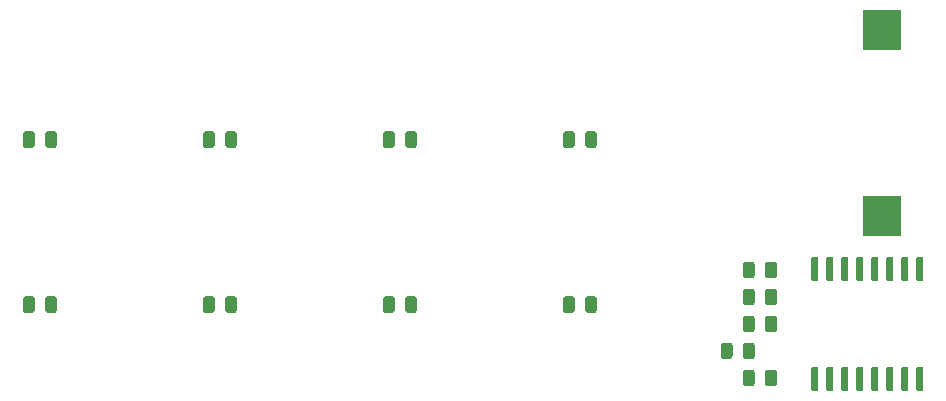
<source format=gtp>
G04 #@! TF.GenerationSoftware,KiCad,Pcbnew,5.1.2-f72e74a~84~ubuntu19.04.1*
G04 #@! TF.CreationDate,2019-06-29T23:09:38+02:00*
G04 #@! TF.ProjectId,switch-control-hat,73776974-6368-42d6-936f-6e74726f6c2d,rev?*
G04 #@! TF.SameCoordinates,Original*
G04 #@! TF.FileFunction,Paste,Top*
G04 #@! TF.FilePolarity,Positive*
%FSLAX46Y46*%
G04 Gerber Fmt 4.6, Leading zero omitted, Abs format (unit mm)*
G04 Created by KiCad (PCBNEW 5.1.2-f72e74a~84~ubuntu19.04.1) date 2019-06-29 23:09:38*
%MOMM*%
%LPD*%
G04 APERTURE LIST*
%ADD10C,0.100000*%
%ADD11C,0.600000*%
%ADD12R,3.300000X3.500000*%
%ADD13C,0.975000*%
G04 APERTURE END LIST*
D10*
G36*
X272554703Y-116107722D02*
G01*
X272569264Y-116109882D01*
X272583543Y-116113459D01*
X272597403Y-116118418D01*
X272610710Y-116124712D01*
X272623336Y-116132280D01*
X272635159Y-116141048D01*
X272646066Y-116150934D01*
X272655952Y-116161841D01*
X272664720Y-116173664D01*
X272672288Y-116186290D01*
X272678582Y-116199597D01*
X272683541Y-116213457D01*
X272687118Y-116227736D01*
X272689278Y-116242297D01*
X272690000Y-116257000D01*
X272690000Y-118007000D01*
X272689278Y-118021703D01*
X272687118Y-118036264D01*
X272683541Y-118050543D01*
X272678582Y-118064403D01*
X272672288Y-118077710D01*
X272664720Y-118090336D01*
X272655952Y-118102159D01*
X272646066Y-118113066D01*
X272635159Y-118122952D01*
X272623336Y-118131720D01*
X272610710Y-118139288D01*
X272597403Y-118145582D01*
X272583543Y-118150541D01*
X272569264Y-118154118D01*
X272554703Y-118156278D01*
X272540000Y-118157000D01*
X272240000Y-118157000D01*
X272225297Y-118156278D01*
X272210736Y-118154118D01*
X272196457Y-118150541D01*
X272182597Y-118145582D01*
X272169290Y-118139288D01*
X272156664Y-118131720D01*
X272144841Y-118122952D01*
X272133934Y-118113066D01*
X272124048Y-118102159D01*
X272115280Y-118090336D01*
X272107712Y-118077710D01*
X272101418Y-118064403D01*
X272096459Y-118050543D01*
X272092882Y-118036264D01*
X272090722Y-118021703D01*
X272090000Y-118007000D01*
X272090000Y-116257000D01*
X272090722Y-116242297D01*
X272092882Y-116227736D01*
X272096459Y-116213457D01*
X272101418Y-116199597D01*
X272107712Y-116186290D01*
X272115280Y-116173664D01*
X272124048Y-116161841D01*
X272133934Y-116150934D01*
X272144841Y-116141048D01*
X272156664Y-116132280D01*
X272169290Y-116124712D01*
X272182597Y-116118418D01*
X272196457Y-116113459D01*
X272210736Y-116109882D01*
X272225297Y-116107722D01*
X272240000Y-116107000D01*
X272540000Y-116107000D01*
X272554703Y-116107722D01*
X272554703Y-116107722D01*
G37*
D11*
X272390000Y-117132000D03*
D10*
G36*
X273824703Y-116107722D02*
G01*
X273839264Y-116109882D01*
X273853543Y-116113459D01*
X273867403Y-116118418D01*
X273880710Y-116124712D01*
X273893336Y-116132280D01*
X273905159Y-116141048D01*
X273916066Y-116150934D01*
X273925952Y-116161841D01*
X273934720Y-116173664D01*
X273942288Y-116186290D01*
X273948582Y-116199597D01*
X273953541Y-116213457D01*
X273957118Y-116227736D01*
X273959278Y-116242297D01*
X273960000Y-116257000D01*
X273960000Y-118007000D01*
X273959278Y-118021703D01*
X273957118Y-118036264D01*
X273953541Y-118050543D01*
X273948582Y-118064403D01*
X273942288Y-118077710D01*
X273934720Y-118090336D01*
X273925952Y-118102159D01*
X273916066Y-118113066D01*
X273905159Y-118122952D01*
X273893336Y-118131720D01*
X273880710Y-118139288D01*
X273867403Y-118145582D01*
X273853543Y-118150541D01*
X273839264Y-118154118D01*
X273824703Y-118156278D01*
X273810000Y-118157000D01*
X273510000Y-118157000D01*
X273495297Y-118156278D01*
X273480736Y-118154118D01*
X273466457Y-118150541D01*
X273452597Y-118145582D01*
X273439290Y-118139288D01*
X273426664Y-118131720D01*
X273414841Y-118122952D01*
X273403934Y-118113066D01*
X273394048Y-118102159D01*
X273385280Y-118090336D01*
X273377712Y-118077710D01*
X273371418Y-118064403D01*
X273366459Y-118050543D01*
X273362882Y-118036264D01*
X273360722Y-118021703D01*
X273360000Y-118007000D01*
X273360000Y-116257000D01*
X273360722Y-116242297D01*
X273362882Y-116227736D01*
X273366459Y-116213457D01*
X273371418Y-116199597D01*
X273377712Y-116186290D01*
X273385280Y-116173664D01*
X273394048Y-116161841D01*
X273403934Y-116150934D01*
X273414841Y-116141048D01*
X273426664Y-116132280D01*
X273439290Y-116124712D01*
X273452597Y-116118418D01*
X273466457Y-116113459D01*
X273480736Y-116109882D01*
X273495297Y-116107722D01*
X273510000Y-116107000D01*
X273810000Y-116107000D01*
X273824703Y-116107722D01*
X273824703Y-116107722D01*
G37*
D11*
X273660000Y-117132000D03*
D10*
G36*
X275094703Y-116107722D02*
G01*
X275109264Y-116109882D01*
X275123543Y-116113459D01*
X275137403Y-116118418D01*
X275150710Y-116124712D01*
X275163336Y-116132280D01*
X275175159Y-116141048D01*
X275186066Y-116150934D01*
X275195952Y-116161841D01*
X275204720Y-116173664D01*
X275212288Y-116186290D01*
X275218582Y-116199597D01*
X275223541Y-116213457D01*
X275227118Y-116227736D01*
X275229278Y-116242297D01*
X275230000Y-116257000D01*
X275230000Y-118007000D01*
X275229278Y-118021703D01*
X275227118Y-118036264D01*
X275223541Y-118050543D01*
X275218582Y-118064403D01*
X275212288Y-118077710D01*
X275204720Y-118090336D01*
X275195952Y-118102159D01*
X275186066Y-118113066D01*
X275175159Y-118122952D01*
X275163336Y-118131720D01*
X275150710Y-118139288D01*
X275137403Y-118145582D01*
X275123543Y-118150541D01*
X275109264Y-118154118D01*
X275094703Y-118156278D01*
X275080000Y-118157000D01*
X274780000Y-118157000D01*
X274765297Y-118156278D01*
X274750736Y-118154118D01*
X274736457Y-118150541D01*
X274722597Y-118145582D01*
X274709290Y-118139288D01*
X274696664Y-118131720D01*
X274684841Y-118122952D01*
X274673934Y-118113066D01*
X274664048Y-118102159D01*
X274655280Y-118090336D01*
X274647712Y-118077710D01*
X274641418Y-118064403D01*
X274636459Y-118050543D01*
X274632882Y-118036264D01*
X274630722Y-118021703D01*
X274630000Y-118007000D01*
X274630000Y-116257000D01*
X274630722Y-116242297D01*
X274632882Y-116227736D01*
X274636459Y-116213457D01*
X274641418Y-116199597D01*
X274647712Y-116186290D01*
X274655280Y-116173664D01*
X274664048Y-116161841D01*
X274673934Y-116150934D01*
X274684841Y-116141048D01*
X274696664Y-116132280D01*
X274709290Y-116124712D01*
X274722597Y-116118418D01*
X274736457Y-116113459D01*
X274750736Y-116109882D01*
X274765297Y-116107722D01*
X274780000Y-116107000D01*
X275080000Y-116107000D01*
X275094703Y-116107722D01*
X275094703Y-116107722D01*
G37*
D11*
X274930000Y-117132000D03*
D10*
G36*
X276364703Y-116107722D02*
G01*
X276379264Y-116109882D01*
X276393543Y-116113459D01*
X276407403Y-116118418D01*
X276420710Y-116124712D01*
X276433336Y-116132280D01*
X276445159Y-116141048D01*
X276456066Y-116150934D01*
X276465952Y-116161841D01*
X276474720Y-116173664D01*
X276482288Y-116186290D01*
X276488582Y-116199597D01*
X276493541Y-116213457D01*
X276497118Y-116227736D01*
X276499278Y-116242297D01*
X276500000Y-116257000D01*
X276500000Y-118007000D01*
X276499278Y-118021703D01*
X276497118Y-118036264D01*
X276493541Y-118050543D01*
X276488582Y-118064403D01*
X276482288Y-118077710D01*
X276474720Y-118090336D01*
X276465952Y-118102159D01*
X276456066Y-118113066D01*
X276445159Y-118122952D01*
X276433336Y-118131720D01*
X276420710Y-118139288D01*
X276407403Y-118145582D01*
X276393543Y-118150541D01*
X276379264Y-118154118D01*
X276364703Y-118156278D01*
X276350000Y-118157000D01*
X276050000Y-118157000D01*
X276035297Y-118156278D01*
X276020736Y-118154118D01*
X276006457Y-118150541D01*
X275992597Y-118145582D01*
X275979290Y-118139288D01*
X275966664Y-118131720D01*
X275954841Y-118122952D01*
X275943934Y-118113066D01*
X275934048Y-118102159D01*
X275925280Y-118090336D01*
X275917712Y-118077710D01*
X275911418Y-118064403D01*
X275906459Y-118050543D01*
X275902882Y-118036264D01*
X275900722Y-118021703D01*
X275900000Y-118007000D01*
X275900000Y-116257000D01*
X275900722Y-116242297D01*
X275902882Y-116227736D01*
X275906459Y-116213457D01*
X275911418Y-116199597D01*
X275917712Y-116186290D01*
X275925280Y-116173664D01*
X275934048Y-116161841D01*
X275943934Y-116150934D01*
X275954841Y-116141048D01*
X275966664Y-116132280D01*
X275979290Y-116124712D01*
X275992597Y-116118418D01*
X276006457Y-116113459D01*
X276020736Y-116109882D01*
X276035297Y-116107722D01*
X276050000Y-116107000D01*
X276350000Y-116107000D01*
X276364703Y-116107722D01*
X276364703Y-116107722D01*
G37*
D11*
X276200000Y-117132000D03*
D10*
G36*
X277634703Y-116107722D02*
G01*
X277649264Y-116109882D01*
X277663543Y-116113459D01*
X277677403Y-116118418D01*
X277690710Y-116124712D01*
X277703336Y-116132280D01*
X277715159Y-116141048D01*
X277726066Y-116150934D01*
X277735952Y-116161841D01*
X277744720Y-116173664D01*
X277752288Y-116186290D01*
X277758582Y-116199597D01*
X277763541Y-116213457D01*
X277767118Y-116227736D01*
X277769278Y-116242297D01*
X277770000Y-116257000D01*
X277770000Y-118007000D01*
X277769278Y-118021703D01*
X277767118Y-118036264D01*
X277763541Y-118050543D01*
X277758582Y-118064403D01*
X277752288Y-118077710D01*
X277744720Y-118090336D01*
X277735952Y-118102159D01*
X277726066Y-118113066D01*
X277715159Y-118122952D01*
X277703336Y-118131720D01*
X277690710Y-118139288D01*
X277677403Y-118145582D01*
X277663543Y-118150541D01*
X277649264Y-118154118D01*
X277634703Y-118156278D01*
X277620000Y-118157000D01*
X277320000Y-118157000D01*
X277305297Y-118156278D01*
X277290736Y-118154118D01*
X277276457Y-118150541D01*
X277262597Y-118145582D01*
X277249290Y-118139288D01*
X277236664Y-118131720D01*
X277224841Y-118122952D01*
X277213934Y-118113066D01*
X277204048Y-118102159D01*
X277195280Y-118090336D01*
X277187712Y-118077710D01*
X277181418Y-118064403D01*
X277176459Y-118050543D01*
X277172882Y-118036264D01*
X277170722Y-118021703D01*
X277170000Y-118007000D01*
X277170000Y-116257000D01*
X277170722Y-116242297D01*
X277172882Y-116227736D01*
X277176459Y-116213457D01*
X277181418Y-116199597D01*
X277187712Y-116186290D01*
X277195280Y-116173664D01*
X277204048Y-116161841D01*
X277213934Y-116150934D01*
X277224841Y-116141048D01*
X277236664Y-116132280D01*
X277249290Y-116124712D01*
X277262597Y-116118418D01*
X277276457Y-116113459D01*
X277290736Y-116109882D01*
X277305297Y-116107722D01*
X277320000Y-116107000D01*
X277620000Y-116107000D01*
X277634703Y-116107722D01*
X277634703Y-116107722D01*
G37*
D11*
X277470000Y-117132000D03*
D10*
G36*
X278904703Y-116107722D02*
G01*
X278919264Y-116109882D01*
X278933543Y-116113459D01*
X278947403Y-116118418D01*
X278960710Y-116124712D01*
X278973336Y-116132280D01*
X278985159Y-116141048D01*
X278996066Y-116150934D01*
X279005952Y-116161841D01*
X279014720Y-116173664D01*
X279022288Y-116186290D01*
X279028582Y-116199597D01*
X279033541Y-116213457D01*
X279037118Y-116227736D01*
X279039278Y-116242297D01*
X279040000Y-116257000D01*
X279040000Y-118007000D01*
X279039278Y-118021703D01*
X279037118Y-118036264D01*
X279033541Y-118050543D01*
X279028582Y-118064403D01*
X279022288Y-118077710D01*
X279014720Y-118090336D01*
X279005952Y-118102159D01*
X278996066Y-118113066D01*
X278985159Y-118122952D01*
X278973336Y-118131720D01*
X278960710Y-118139288D01*
X278947403Y-118145582D01*
X278933543Y-118150541D01*
X278919264Y-118154118D01*
X278904703Y-118156278D01*
X278890000Y-118157000D01*
X278590000Y-118157000D01*
X278575297Y-118156278D01*
X278560736Y-118154118D01*
X278546457Y-118150541D01*
X278532597Y-118145582D01*
X278519290Y-118139288D01*
X278506664Y-118131720D01*
X278494841Y-118122952D01*
X278483934Y-118113066D01*
X278474048Y-118102159D01*
X278465280Y-118090336D01*
X278457712Y-118077710D01*
X278451418Y-118064403D01*
X278446459Y-118050543D01*
X278442882Y-118036264D01*
X278440722Y-118021703D01*
X278440000Y-118007000D01*
X278440000Y-116257000D01*
X278440722Y-116242297D01*
X278442882Y-116227736D01*
X278446459Y-116213457D01*
X278451418Y-116199597D01*
X278457712Y-116186290D01*
X278465280Y-116173664D01*
X278474048Y-116161841D01*
X278483934Y-116150934D01*
X278494841Y-116141048D01*
X278506664Y-116132280D01*
X278519290Y-116124712D01*
X278532597Y-116118418D01*
X278546457Y-116113459D01*
X278560736Y-116109882D01*
X278575297Y-116107722D01*
X278590000Y-116107000D01*
X278890000Y-116107000D01*
X278904703Y-116107722D01*
X278904703Y-116107722D01*
G37*
D11*
X278740000Y-117132000D03*
D10*
G36*
X280174703Y-116107722D02*
G01*
X280189264Y-116109882D01*
X280203543Y-116113459D01*
X280217403Y-116118418D01*
X280230710Y-116124712D01*
X280243336Y-116132280D01*
X280255159Y-116141048D01*
X280266066Y-116150934D01*
X280275952Y-116161841D01*
X280284720Y-116173664D01*
X280292288Y-116186290D01*
X280298582Y-116199597D01*
X280303541Y-116213457D01*
X280307118Y-116227736D01*
X280309278Y-116242297D01*
X280310000Y-116257000D01*
X280310000Y-118007000D01*
X280309278Y-118021703D01*
X280307118Y-118036264D01*
X280303541Y-118050543D01*
X280298582Y-118064403D01*
X280292288Y-118077710D01*
X280284720Y-118090336D01*
X280275952Y-118102159D01*
X280266066Y-118113066D01*
X280255159Y-118122952D01*
X280243336Y-118131720D01*
X280230710Y-118139288D01*
X280217403Y-118145582D01*
X280203543Y-118150541D01*
X280189264Y-118154118D01*
X280174703Y-118156278D01*
X280160000Y-118157000D01*
X279860000Y-118157000D01*
X279845297Y-118156278D01*
X279830736Y-118154118D01*
X279816457Y-118150541D01*
X279802597Y-118145582D01*
X279789290Y-118139288D01*
X279776664Y-118131720D01*
X279764841Y-118122952D01*
X279753934Y-118113066D01*
X279744048Y-118102159D01*
X279735280Y-118090336D01*
X279727712Y-118077710D01*
X279721418Y-118064403D01*
X279716459Y-118050543D01*
X279712882Y-118036264D01*
X279710722Y-118021703D01*
X279710000Y-118007000D01*
X279710000Y-116257000D01*
X279710722Y-116242297D01*
X279712882Y-116227736D01*
X279716459Y-116213457D01*
X279721418Y-116199597D01*
X279727712Y-116186290D01*
X279735280Y-116173664D01*
X279744048Y-116161841D01*
X279753934Y-116150934D01*
X279764841Y-116141048D01*
X279776664Y-116132280D01*
X279789290Y-116124712D01*
X279802597Y-116118418D01*
X279816457Y-116113459D01*
X279830736Y-116109882D01*
X279845297Y-116107722D01*
X279860000Y-116107000D01*
X280160000Y-116107000D01*
X280174703Y-116107722D01*
X280174703Y-116107722D01*
G37*
D11*
X280010000Y-117132000D03*
D10*
G36*
X281444703Y-116107722D02*
G01*
X281459264Y-116109882D01*
X281473543Y-116113459D01*
X281487403Y-116118418D01*
X281500710Y-116124712D01*
X281513336Y-116132280D01*
X281525159Y-116141048D01*
X281536066Y-116150934D01*
X281545952Y-116161841D01*
X281554720Y-116173664D01*
X281562288Y-116186290D01*
X281568582Y-116199597D01*
X281573541Y-116213457D01*
X281577118Y-116227736D01*
X281579278Y-116242297D01*
X281580000Y-116257000D01*
X281580000Y-118007000D01*
X281579278Y-118021703D01*
X281577118Y-118036264D01*
X281573541Y-118050543D01*
X281568582Y-118064403D01*
X281562288Y-118077710D01*
X281554720Y-118090336D01*
X281545952Y-118102159D01*
X281536066Y-118113066D01*
X281525159Y-118122952D01*
X281513336Y-118131720D01*
X281500710Y-118139288D01*
X281487403Y-118145582D01*
X281473543Y-118150541D01*
X281459264Y-118154118D01*
X281444703Y-118156278D01*
X281430000Y-118157000D01*
X281130000Y-118157000D01*
X281115297Y-118156278D01*
X281100736Y-118154118D01*
X281086457Y-118150541D01*
X281072597Y-118145582D01*
X281059290Y-118139288D01*
X281046664Y-118131720D01*
X281034841Y-118122952D01*
X281023934Y-118113066D01*
X281014048Y-118102159D01*
X281005280Y-118090336D01*
X280997712Y-118077710D01*
X280991418Y-118064403D01*
X280986459Y-118050543D01*
X280982882Y-118036264D01*
X280980722Y-118021703D01*
X280980000Y-118007000D01*
X280980000Y-116257000D01*
X280980722Y-116242297D01*
X280982882Y-116227736D01*
X280986459Y-116213457D01*
X280991418Y-116199597D01*
X280997712Y-116186290D01*
X281005280Y-116173664D01*
X281014048Y-116161841D01*
X281023934Y-116150934D01*
X281034841Y-116141048D01*
X281046664Y-116132280D01*
X281059290Y-116124712D01*
X281072597Y-116118418D01*
X281086457Y-116113459D01*
X281100736Y-116109882D01*
X281115297Y-116107722D01*
X281130000Y-116107000D01*
X281430000Y-116107000D01*
X281444703Y-116107722D01*
X281444703Y-116107722D01*
G37*
D11*
X281280000Y-117132000D03*
D10*
G36*
X281444703Y-125407722D02*
G01*
X281459264Y-125409882D01*
X281473543Y-125413459D01*
X281487403Y-125418418D01*
X281500710Y-125424712D01*
X281513336Y-125432280D01*
X281525159Y-125441048D01*
X281536066Y-125450934D01*
X281545952Y-125461841D01*
X281554720Y-125473664D01*
X281562288Y-125486290D01*
X281568582Y-125499597D01*
X281573541Y-125513457D01*
X281577118Y-125527736D01*
X281579278Y-125542297D01*
X281580000Y-125557000D01*
X281580000Y-127307000D01*
X281579278Y-127321703D01*
X281577118Y-127336264D01*
X281573541Y-127350543D01*
X281568582Y-127364403D01*
X281562288Y-127377710D01*
X281554720Y-127390336D01*
X281545952Y-127402159D01*
X281536066Y-127413066D01*
X281525159Y-127422952D01*
X281513336Y-127431720D01*
X281500710Y-127439288D01*
X281487403Y-127445582D01*
X281473543Y-127450541D01*
X281459264Y-127454118D01*
X281444703Y-127456278D01*
X281430000Y-127457000D01*
X281130000Y-127457000D01*
X281115297Y-127456278D01*
X281100736Y-127454118D01*
X281086457Y-127450541D01*
X281072597Y-127445582D01*
X281059290Y-127439288D01*
X281046664Y-127431720D01*
X281034841Y-127422952D01*
X281023934Y-127413066D01*
X281014048Y-127402159D01*
X281005280Y-127390336D01*
X280997712Y-127377710D01*
X280991418Y-127364403D01*
X280986459Y-127350543D01*
X280982882Y-127336264D01*
X280980722Y-127321703D01*
X280980000Y-127307000D01*
X280980000Y-125557000D01*
X280980722Y-125542297D01*
X280982882Y-125527736D01*
X280986459Y-125513457D01*
X280991418Y-125499597D01*
X280997712Y-125486290D01*
X281005280Y-125473664D01*
X281014048Y-125461841D01*
X281023934Y-125450934D01*
X281034841Y-125441048D01*
X281046664Y-125432280D01*
X281059290Y-125424712D01*
X281072597Y-125418418D01*
X281086457Y-125413459D01*
X281100736Y-125409882D01*
X281115297Y-125407722D01*
X281130000Y-125407000D01*
X281430000Y-125407000D01*
X281444703Y-125407722D01*
X281444703Y-125407722D01*
G37*
D11*
X281280000Y-126432000D03*
D10*
G36*
X280174703Y-125407722D02*
G01*
X280189264Y-125409882D01*
X280203543Y-125413459D01*
X280217403Y-125418418D01*
X280230710Y-125424712D01*
X280243336Y-125432280D01*
X280255159Y-125441048D01*
X280266066Y-125450934D01*
X280275952Y-125461841D01*
X280284720Y-125473664D01*
X280292288Y-125486290D01*
X280298582Y-125499597D01*
X280303541Y-125513457D01*
X280307118Y-125527736D01*
X280309278Y-125542297D01*
X280310000Y-125557000D01*
X280310000Y-127307000D01*
X280309278Y-127321703D01*
X280307118Y-127336264D01*
X280303541Y-127350543D01*
X280298582Y-127364403D01*
X280292288Y-127377710D01*
X280284720Y-127390336D01*
X280275952Y-127402159D01*
X280266066Y-127413066D01*
X280255159Y-127422952D01*
X280243336Y-127431720D01*
X280230710Y-127439288D01*
X280217403Y-127445582D01*
X280203543Y-127450541D01*
X280189264Y-127454118D01*
X280174703Y-127456278D01*
X280160000Y-127457000D01*
X279860000Y-127457000D01*
X279845297Y-127456278D01*
X279830736Y-127454118D01*
X279816457Y-127450541D01*
X279802597Y-127445582D01*
X279789290Y-127439288D01*
X279776664Y-127431720D01*
X279764841Y-127422952D01*
X279753934Y-127413066D01*
X279744048Y-127402159D01*
X279735280Y-127390336D01*
X279727712Y-127377710D01*
X279721418Y-127364403D01*
X279716459Y-127350543D01*
X279712882Y-127336264D01*
X279710722Y-127321703D01*
X279710000Y-127307000D01*
X279710000Y-125557000D01*
X279710722Y-125542297D01*
X279712882Y-125527736D01*
X279716459Y-125513457D01*
X279721418Y-125499597D01*
X279727712Y-125486290D01*
X279735280Y-125473664D01*
X279744048Y-125461841D01*
X279753934Y-125450934D01*
X279764841Y-125441048D01*
X279776664Y-125432280D01*
X279789290Y-125424712D01*
X279802597Y-125418418D01*
X279816457Y-125413459D01*
X279830736Y-125409882D01*
X279845297Y-125407722D01*
X279860000Y-125407000D01*
X280160000Y-125407000D01*
X280174703Y-125407722D01*
X280174703Y-125407722D01*
G37*
D11*
X280010000Y-126432000D03*
D10*
G36*
X278904703Y-125407722D02*
G01*
X278919264Y-125409882D01*
X278933543Y-125413459D01*
X278947403Y-125418418D01*
X278960710Y-125424712D01*
X278973336Y-125432280D01*
X278985159Y-125441048D01*
X278996066Y-125450934D01*
X279005952Y-125461841D01*
X279014720Y-125473664D01*
X279022288Y-125486290D01*
X279028582Y-125499597D01*
X279033541Y-125513457D01*
X279037118Y-125527736D01*
X279039278Y-125542297D01*
X279040000Y-125557000D01*
X279040000Y-127307000D01*
X279039278Y-127321703D01*
X279037118Y-127336264D01*
X279033541Y-127350543D01*
X279028582Y-127364403D01*
X279022288Y-127377710D01*
X279014720Y-127390336D01*
X279005952Y-127402159D01*
X278996066Y-127413066D01*
X278985159Y-127422952D01*
X278973336Y-127431720D01*
X278960710Y-127439288D01*
X278947403Y-127445582D01*
X278933543Y-127450541D01*
X278919264Y-127454118D01*
X278904703Y-127456278D01*
X278890000Y-127457000D01*
X278590000Y-127457000D01*
X278575297Y-127456278D01*
X278560736Y-127454118D01*
X278546457Y-127450541D01*
X278532597Y-127445582D01*
X278519290Y-127439288D01*
X278506664Y-127431720D01*
X278494841Y-127422952D01*
X278483934Y-127413066D01*
X278474048Y-127402159D01*
X278465280Y-127390336D01*
X278457712Y-127377710D01*
X278451418Y-127364403D01*
X278446459Y-127350543D01*
X278442882Y-127336264D01*
X278440722Y-127321703D01*
X278440000Y-127307000D01*
X278440000Y-125557000D01*
X278440722Y-125542297D01*
X278442882Y-125527736D01*
X278446459Y-125513457D01*
X278451418Y-125499597D01*
X278457712Y-125486290D01*
X278465280Y-125473664D01*
X278474048Y-125461841D01*
X278483934Y-125450934D01*
X278494841Y-125441048D01*
X278506664Y-125432280D01*
X278519290Y-125424712D01*
X278532597Y-125418418D01*
X278546457Y-125413459D01*
X278560736Y-125409882D01*
X278575297Y-125407722D01*
X278590000Y-125407000D01*
X278890000Y-125407000D01*
X278904703Y-125407722D01*
X278904703Y-125407722D01*
G37*
D11*
X278740000Y-126432000D03*
D10*
G36*
X277634703Y-125407722D02*
G01*
X277649264Y-125409882D01*
X277663543Y-125413459D01*
X277677403Y-125418418D01*
X277690710Y-125424712D01*
X277703336Y-125432280D01*
X277715159Y-125441048D01*
X277726066Y-125450934D01*
X277735952Y-125461841D01*
X277744720Y-125473664D01*
X277752288Y-125486290D01*
X277758582Y-125499597D01*
X277763541Y-125513457D01*
X277767118Y-125527736D01*
X277769278Y-125542297D01*
X277770000Y-125557000D01*
X277770000Y-127307000D01*
X277769278Y-127321703D01*
X277767118Y-127336264D01*
X277763541Y-127350543D01*
X277758582Y-127364403D01*
X277752288Y-127377710D01*
X277744720Y-127390336D01*
X277735952Y-127402159D01*
X277726066Y-127413066D01*
X277715159Y-127422952D01*
X277703336Y-127431720D01*
X277690710Y-127439288D01*
X277677403Y-127445582D01*
X277663543Y-127450541D01*
X277649264Y-127454118D01*
X277634703Y-127456278D01*
X277620000Y-127457000D01*
X277320000Y-127457000D01*
X277305297Y-127456278D01*
X277290736Y-127454118D01*
X277276457Y-127450541D01*
X277262597Y-127445582D01*
X277249290Y-127439288D01*
X277236664Y-127431720D01*
X277224841Y-127422952D01*
X277213934Y-127413066D01*
X277204048Y-127402159D01*
X277195280Y-127390336D01*
X277187712Y-127377710D01*
X277181418Y-127364403D01*
X277176459Y-127350543D01*
X277172882Y-127336264D01*
X277170722Y-127321703D01*
X277170000Y-127307000D01*
X277170000Y-125557000D01*
X277170722Y-125542297D01*
X277172882Y-125527736D01*
X277176459Y-125513457D01*
X277181418Y-125499597D01*
X277187712Y-125486290D01*
X277195280Y-125473664D01*
X277204048Y-125461841D01*
X277213934Y-125450934D01*
X277224841Y-125441048D01*
X277236664Y-125432280D01*
X277249290Y-125424712D01*
X277262597Y-125418418D01*
X277276457Y-125413459D01*
X277290736Y-125409882D01*
X277305297Y-125407722D01*
X277320000Y-125407000D01*
X277620000Y-125407000D01*
X277634703Y-125407722D01*
X277634703Y-125407722D01*
G37*
D11*
X277470000Y-126432000D03*
D10*
G36*
X276364703Y-125407722D02*
G01*
X276379264Y-125409882D01*
X276393543Y-125413459D01*
X276407403Y-125418418D01*
X276420710Y-125424712D01*
X276433336Y-125432280D01*
X276445159Y-125441048D01*
X276456066Y-125450934D01*
X276465952Y-125461841D01*
X276474720Y-125473664D01*
X276482288Y-125486290D01*
X276488582Y-125499597D01*
X276493541Y-125513457D01*
X276497118Y-125527736D01*
X276499278Y-125542297D01*
X276500000Y-125557000D01*
X276500000Y-127307000D01*
X276499278Y-127321703D01*
X276497118Y-127336264D01*
X276493541Y-127350543D01*
X276488582Y-127364403D01*
X276482288Y-127377710D01*
X276474720Y-127390336D01*
X276465952Y-127402159D01*
X276456066Y-127413066D01*
X276445159Y-127422952D01*
X276433336Y-127431720D01*
X276420710Y-127439288D01*
X276407403Y-127445582D01*
X276393543Y-127450541D01*
X276379264Y-127454118D01*
X276364703Y-127456278D01*
X276350000Y-127457000D01*
X276050000Y-127457000D01*
X276035297Y-127456278D01*
X276020736Y-127454118D01*
X276006457Y-127450541D01*
X275992597Y-127445582D01*
X275979290Y-127439288D01*
X275966664Y-127431720D01*
X275954841Y-127422952D01*
X275943934Y-127413066D01*
X275934048Y-127402159D01*
X275925280Y-127390336D01*
X275917712Y-127377710D01*
X275911418Y-127364403D01*
X275906459Y-127350543D01*
X275902882Y-127336264D01*
X275900722Y-127321703D01*
X275900000Y-127307000D01*
X275900000Y-125557000D01*
X275900722Y-125542297D01*
X275902882Y-125527736D01*
X275906459Y-125513457D01*
X275911418Y-125499597D01*
X275917712Y-125486290D01*
X275925280Y-125473664D01*
X275934048Y-125461841D01*
X275943934Y-125450934D01*
X275954841Y-125441048D01*
X275966664Y-125432280D01*
X275979290Y-125424712D01*
X275992597Y-125418418D01*
X276006457Y-125413459D01*
X276020736Y-125409882D01*
X276035297Y-125407722D01*
X276050000Y-125407000D01*
X276350000Y-125407000D01*
X276364703Y-125407722D01*
X276364703Y-125407722D01*
G37*
D11*
X276200000Y-126432000D03*
D10*
G36*
X275094703Y-125407722D02*
G01*
X275109264Y-125409882D01*
X275123543Y-125413459D01*
X275137403Y-125418418D01*
X275150710Y-125424712D01*
X275163336Y-125432280D01*
X275175159Y-125441048D01*
X275186066Y-125450934D01*
X275195952Y-125461841D01*
X275204720Y-125473664D01*
X275212288Y-125486290D01*
X275218582Y-125499597D01*
X275223541Y-125513457D01*
X275227118Y-125527736D01*
X275229278Y-125542297D01*
X275230000Y-125557000D01*
X275230000Y-127307000D01*
X275229278Y-127321703D01*
X275227118Y-127336264D01*
X275223541Y-127350543D01*
X275218582Y-127364403D01*
X275212288Y-127377710D01*
X275204720Y-127390336D01*
X275195952Y-127402159D01*
X275186066Y-127413066D01*
X275175159Y-127422952D01*
X275163336Y-127431720D01*
X275150710Y-127439288D01*
X275137403Y-127445582D01*
X275123543Y-127450541D01*
X275109264Y-127454118D01*
X275094703Y-127456278D01*
X275080000Y-127457000D01*
X274780000Y-127457000D01*
X274765297Y-127456278D01*
X274750736Y-127454118D01*
X274736457Y-127450541D01*
X274722597Y-127445582D01*
X274709290Y-127439288D01*
X274696664Y-127431720D01*
X274684841Y-127422952D01*
X274673934Y-127413066D01*
X274664048Y-127402159D01*
X274655280Y-127390336D01*
X274647712Y-127377710D01*
X274641418Y-127364403D01*
X274636459Y-127350543D01*
X274632882Y-127336264D01*
X274630722Y-127321703D01*
X274630000Y-127307000D01*
X274630000Y-125557000D01*
X274630722Y-125542297D01*
X274632882Y-125527736D01*
X274636459Y-125513457D01*
X274641418Y-125499597D01*
X274647712Y-125486290D01*
X274655280Y-125473664D01*
X274664048Y-125461841D01*
X274673934Y-125450934D01*
X274684841Y-125441048D01*
X274696664Y-125432280D01*
X274709290Y-125424712D01*
X274722597Y-125418418D01*
X274736457Y-125413459D01*
X274750736Y-125409882D01*
X274765297Y-125407722D01*
X274780000Y-125407000D01*
X275080000Y-125407000D01*
X275094703Y-125407722D01*
X275094703Y-125407722D01*
G37*
D11*
X274930000Y-126432000D03*
D10*
G36*
X273824703Y-125407722D02*
G01*
X273839264Y-125409882D01*
X273853543Y-125413459D01*
X273867403Y-125418418D01*
X273880710Y-125424712D01*
X273893336Y-125432280D01*
X273905159Y-125441048D01*
X273916066Y-125450934D01*
X273925952Y-125461841D01*
X273934720Y-125473664D01*
X273942288Y-125486290D01*
X273948582Y-125499597D01*
X273953541Y-125513457D01*
X273957118Y-125527736D01*
X273959278Y-125542297D01*
X273960000Y-125557000D01*
X273960000Y-127307000D01*
X273959278Y-127321703D01*
X273957118Y-127336264D01*
X273953541Y-127350543D01*
X273948582Y-127364403D01*
X273942288Y-127377710D01*
X273934720Y-127390336D01*
X273925952Y-127402159D01*
X273916066Y-127413066D01*
X273905159Y-127422952D01*
X273893336Y-127431720D01*
X273880710Y-127439288D01*
X273867403Y-127445582D01*
X273853543Y-127450541D01*
X273839264Y-127454118D01*
X273824703Y-127456278D01*
X273810000Y-127457000D01*
X273510000Y-127457000D01*
X273495297Y-127456278D01*
X273480736Y-127454118D01*
X273466457Y-127450541D01*
X273452597Y-127445582D01*
X273439290Y-127439288D01*
X273426664Y-127431720D01*
X273414841Y-127422952D01*
X273403934Y-127413066D01*
X273394048Y-127402159D01*
X273385280Y-127390336D01*
X273377712Y-127377710D01*
X273371418Y-127364403D01*
X273366459Y-127350543D01*
X273362882Y-127336264D01*
X273360722Y-127321703D01*
X273360000Y-127307000D01*
X273360000Y-125557000D01*
X273360722Y-125542297D01*
X273362882Y-125527736D01*
X273366459Y-125513457D01*
X273371418Y-125499597D01*
X273377712Y-125486290D01*
X273385280Y-125473664D01*
X273394048Y-125461841D01*
X273403934Y-125450934D01*
X273414841Y-125441048D01*
X273426664Y-125432280D01*
X273439290Y-125424712D01*
X273452597Y-125418418D01*
X273466457Y-125413459D01*
X273480736Y-125409882D01*
X273495297Y-125407722D01*
X273510000Y-125407000D01*
X273810000Y-125407000D01*
X273824703Y-125407722D01*
X273824703Y-125407722D01*
G37*
D11*
X273660000Y-126432000D03*
D10*
G36*
X272554703Y-125407722D02*
G01*
X272569264Y-125409882D01*
X272583543Y-125413459D01*
X272597403Y-125418418D01*
X272610710Y-125424712D01*
X272623336Y-125432280D01*
X272635159Y-125441048D01*
X272646066Y-125450934D01*
X272655952Y-125461841D01*
X272664720Y-125473664D01*
X272672288Y-125486290D01*
X272678582Y-125499597D01*
X272683541Y-125513457D01*
X272687118Y-125527736D01*
X272689278Y-125542297D01*
X272690000Y-125557000D01*
X272690000Y-127307000D01*
X272689278Y-127321703D01*
X272687118Y-127336264D01*
X272683541Y-127350543D01*
X272678582Y-127364403D01*
X272672288Y-127377710D01*
X272664720Y-127390336D01*
X272655952Y-127402159D01*
X272646066Y-127413066D01*
X272635159Y-127422952D01*
X272623336Y-127431720D01*
X272610710Y-127439288D01*
X272597403Y-127445582D01*
X272583543Y-127450541D01*
X272569264Y-127454118D01*
X272554703Y-127456278D01*
X272540000Y-127457000D01*
X272240000Y-127457000D01*
X272225297Y-127456278D01*
X272210736Y-127454118D01*
X272196457Y-127450541D01*
X272182597Y-127445582D01*
X272169290Y-127439288D01*
X272156664Y-127431720D01*
X272144841Y-127422952D01*
X272133934Y-127413066D01*
X272124048Y-127402159D01*
X272115280Y-127390336D01*
X272107712Y-127377710D01*
X272101418Y-127364403D01*
X272096459Y-127350543D01*
X272092882Y-127336264D01*
X272090722Y-127321703D01*
X272090000Y-127307000D01*
X272090000Y-125557000D01*
X272090722Y-125542297D01*
X272092882Y-125527736D01*
X272096459Y-125513457D01*
X272101418Y-125499597D01*
X272107712Y-125486290D01*
X272115280Y-125473664D01*
X272124048Y-125461841D01*
X272133934Y-125450934D01*
X272144841Y-125441048D01*
X272156664Y-125432280D01*
X272169290Y-125424712D01*
X272182597Y-125418418D01*
X272196457Y-125413459D01*
X272210736Y-125409882D01*
X272225297Y-125407722D01*
X272240000Y-125407000D01*
X272540000Y-125407000D01*
X272554703Y-125407722D01*
X272554703Y-125407722D01*
G37*
D11*
X272390000Y-126432000D03*
D12*
X278105000Y-96888000D03*
X278105000Y-112688000D03*
D10*
G36*
X268944642Y-118797174D02*
G01*
X268968303Y-118800684D01*
X268991507Y-118806496D01*
X269014029Y-118814554D01*
X269035653Y-118824782D01*
X269056170Y-118837079D01*
X269075383Y-118851329D01*
X269093107Y-118867393D01*
X269109171Y-118885117D01*
X269123421Y-118904330D01*
X269135718Y-118924847D01*
X269145946Y-118946471D01*
X269154004Y-118968993D01*
X269159816Y-118992197D01*
X269163326Y-119015858D01*
X269164500Y-119039750D01*
X269164500Y-119952250D01*
X269163326Y-119976142D01*
X269159816Y-119999803D01*
X269154004Y-120023007D01*
X269145946Y-120045529D01*
X269135718Y-120067153D01*
X269123421Y-120087670D01*
X269109171Y-120106883D01*
X269093107Y-120124607D01*
X269075383Y-120140671D01*
X269056170Y-120154921D01*
X269035653Y-120167218D01*
X269014029Y-120177446D01*
X268991507Y-120185504D01*
X268968303Y-120191316D01*
X268944642Y-120194826D01*
X268920750Y-120196000D01*
X268433250Y-120196000D01*
X268409358Y-120194826D01*
X268385697Y-120191316D01*
X268362493Y-120185504D01*
X268339971Y-120177446D01*
X268318347Y-120167218D01*
X268297830Y-120154921D01*
X268278617Y-120140671D01*
X268260893Y-120124607D01*
X268244829Y-120106883D01*
X268230579Y-120087670D01*
X268218282Y-120067153D01*
X268208054Y-120045529D01*
X268199996Y-120023007D01*
X268194184Y-119999803D01*
X268190674Y-119976142D01*
X268189500Y-119952250D01*
X268189500Y-119039750D01*
X268190674Y-119015858D01*
X268194184Y-118992197D01*
X268199996Y-118968993D01*
X268208054Y-118946471D01*
X268218282Y-118924847D01*
X268230579Y-118904330D01*
X268244829Y-118885117D01*
X268260893Y-118867393D01*
X268278617Y-118851329D01*
X268297830Y-118837079D01*
X268318347Y-118824782D01*
X268339971Y-118814554D01*
X268362493Y-118806496D01*
X268385697Y-118800684D01*
X268409358Y-118797174D01*
X268433250Y-118796000D01*
X268920750Y-118796000D01*
X268944642Y-118797174D01*
X268944642Y-118797174D01*
G37*
D13*
X268677000Y-119496000D03*
D10*
G36*
X267069642Y-118797174D02*
G01*
X267093303Y-118800684D01*
X267116507Y-118806496D01*
X267139029Y-118814554D01*
X267160653Y-118824782D01*
X267181170Y-118837079D01*
X267200383Y-118851329D01*
X267218107Y-118867393D01*
X267234171Y-118885117D01*
X267248421Y-118904330D01*
X267260718Y-118924847D01*
X267270946Y-118946471D01*
X267279004Y-118968993D01*
X267284816Y-118992197D01*
X267288326Y-119015858D01*
X267289500Y-119039750D01*
X267289500Y-119952250D01*
X267288326Y-119976142D01*
X267284816Y-119999803D01*
X267279004Y-120023007D01*
X267270946Y-120045529D01*
X267260718Y-120067153D01*
X267248421Y-120087670D01*
X267234171Y-120106883D01*
X267218107Y-120124607D01*
X267200383Y-120140671D01*
X267181170Y-120154921D01*
X267160653Y-120167218D01*
X267139029Y-120177446D01*
X267116507Y-120185504D01*
X267093303Y-120191316D01*
X267069642Y-120194826D01*
X267045750Y-120196000D01*
X266558250Y-120196000D01*
X266534358Y-120194826D01*
X266510697Y-120191316D01*
X266487493Y-120185504D01*
X266464971Y-120177446D01*
X266443347Y-120167218D01*
X266422830Y-120154921D01*
X266403617Y-120140671D01*
X266385893Y-120124607D01*
X266369829Y-120106883D01*
X266355579Y-120087670D01*
X266343282Y-120067153D01*
X266333054Y-120045529D01*
X266324996Y-120023007D01*
X266319184Y-119999803D01*
X266315674Y-119976142D01*
X266314500Y-119952250D01*
X266314500Y-119039750D01*
X266315674Y-119015858D01*
X266319184Y-118992197D01*
X266324996Y-118968993D01*
X266333054Y-118946471D01*
X266343282Y-118924847D01*
X266355579Y-118904330D01*
X266369829Y-118885117D01*
X266385893Y-118867393D01*
X266403617Y-118851329D01*
X266422830Y-118837079D01*
X266443347Y-118824782D01*
X266464971Y-118814554D01*
X266487493Y-118806496D01*
X266510697Y-118800684D01*
X266534358Y-118797174D01*
X266558250Y-118796000D01*
X267045750Y-118796000D01*
X267069642Y-118797174D01*
X267069642Y-118797174D01*
G37*
D13*
X266802000Y-119496000D03*
D10*
G36*
X268944642Y-116511174D02*
G01*
X268968303Y-116514684D01*
X268991507Y-116520496D01*
X269014029Y-116528554D01*
X269035653Y-116538782D01*
X269056170Y-116551079D01*
X269075383Y-116565329D01*
X269093107Y-116581393D01*
X269109171Y-116599117D01*
X269123421Y-116618330D01*
X269135718Y-116638847D01*
X269145946Y-116660471D01*
X269154004Y-116682993D01*
X269159816Y-116706197D01*
X269163326Y-116729858D01*
X269164500Y-116753750D01*
X269164500Y-117666250D01*
X269163326Y-117690142D01*
X269159816Y-117713803D01*
X269154004Y-117737007D01*
X269145946Y-117759529D01*
X269135718Y-117781153D01*
X269123421Y-117801670D01*
X269109171Y-117820883D01*
X269093107Y-117838607D01*
X269075383Y-117854671D01*
X269056170Y-117868921D01*
X269035653Y-117881218D01*
X269014029Y-117891446D01*
X268991507Y-117899504D01*
X268968303Y-117905316D01*
X268944642Y-117908826D01*
X268920750Y-117910000D01*
X268433250Y-117910000D01*
X268409358Y-117908826D01*
X268385697Y-117905316D01*
X268362493Y-117899504D01*
X268339971Y-117891446D01*
X268318347Y-117881218D01*
X268297830Y-117868921D01*
X268278617Y-117854671D01*
X268260893Y-117838607D01*
X268244829Y-117820883D01*
X268230579Y-117801670D01*
X268218282Y-117781153D01*
X268208054Y-117759529D01*
X268199996Y-117737007D01*
X268194184Y-117713803D01*
X268190674Y-117690142D01*
X268189500Y-117666250D01*
X268189500Y-116753750D01*
X268190674Y-116729858D01*
X268194184Y-116706197D01*
X268199996Y-116682993D01*
X268208054Y-116660471D01*
X268218282Y-116638847D01*
X268230579Y-116618330D01*
X268244829Y-116599117D01*
X268260893Y-116581393D01*
X268278617Y-116565329D01*
X268297830Y-116551079D01*
X268318347Y-116538782D01*
X268339971Y-116528554D01*
X268362493Y-116520496D01*
X268385697Y-116514684D01*
X268409358Y-116511174D01*
X268433250Y-116510000D01*
X268920750Y-116510000D01*
X268944642Y-116511174D01*
X268944642Y-116511174D01*
G37*
D13*
X268677000Y-117210000D03*
D10*
G36*
X267069642Y-116511174D02*
G01*
X267093303Y-116514684D01*
X267116507Y-116520496D01*
X267139029Y-116528554D01*
X267160653Y-116538782D01*
X267181170Y-116551079D01*
X267200383Y-116565329D01*
X267218107Y-116581393D01*
X267234171Y-116599117D01*
X267248421Y-116618330D01*
X267260718Y-116638847D01*
X267270946Y-116660471D01*
X267279004Y-116682993D01*
X267284816Y-116706197D01*
X267288326Y-116729858D01*
X267289500Y-116753750D01*
X267289500Y-117666250D01*
X267288326Y-117690142D01*
X267284816Y-117713803D01*
X267279004Y-117737007D01*
X267270946Y-117759529D01*
X267260718Y-117781153D01*
X267248421Y-117801670D01*
X267234171Y-117820883D01*
X267218107Y-117838607D01*
X267200383Y-117854671D01*
X267181170Y-117868921D01*
X267160653Y-117881218D01*
X267139029Y-117891446D01*
X267116507Y-117899504D01*
X267093303Y-117905316D01*
X267069642Y-117908826D01*
X267045750Y-117910000D01*
X266558250Y-117910000D01*
X266534358Y-117908826D01*
X266510697Y-117905316D01*
X266487493Y-117899504D01*
X266464971Y-117891446D01*
X266443347Y-117881218D01*
X266422830Y-117868921D01*
X266403617Y-117854671D01*
X266385893Y-117838607D01*
X266369829Y-117820883D01*
X266355579Y-117801670D01*
X266343282Y-117781153D01*
X266333054Y-117759529D01*
X266324996Y-117737007D01*
X266319184Y-117713803D01*
X266315674Y-117690142D01*
X266314500Y-117666250D01*
X266314500Y-116753750D01*
X266315674Y-116729858D01*
X266319184Y-116706197D01*
X266324996Y-116682993D01*
X266333054Y-116660471D01*
X266343282Y-116638847D01*
X266355579Y-116618330D01*
X266369829Y-116599117D01*
X266385893Y-116581393D01*
X266403617Y-116565329D01*
X266422830Y-116551079D01*
X266443347Y-116538782D01*
X266464971Y-116528554D01*
X266487493Y-116520496D01*
X266510697Y-116514684D01*
X266534358Y-116511174D01*
X266558250Y-116510000D01*
X267045750Y-116510000D01*
X267069642Y-116511174D01*
X267069642Y-116511174D01*
G37*
D13*
X266802000Y-117210000D03*
D10*
G36*
X267069642Y-121083174D02*
G01*
X267093303Y-121086684D01*
X267116507Y-121092496D01*
X267139029Y-121100554D01*
X267160653Y-121110782D01*
X267181170Y-121123079D01*
X267200383Y-121137329D01*
X267218107Y-121153393D01*
X267234171Y-121171117D01*
X267248421Y-121190330D01*
X267260718Y-121210847D01*
X267270946Y-121232471D01*
X267279004Y-121254993D01*
X267284816Y-121278197D01*
X267288326Y-121301858D01*
X267289500Y-121325750D01*
X267289500Y-122238250D01*
X267288326Y-122262142D01*
X267284816Y-122285803D01*
X267279004Y-122309007D01*
X267270946Y-122331529D01*
X267260718Y-122353153D01*
X267248421Y-122373670D01*
X267234171Y-122392883D01*
X267218107Y-122410607D01*
X267200383Y-122426671D01*
X267181170Y-122440921D01*
X267160653Y-122453218D01*
X267139029Y-122463446D01*
X267116507Y-122471504D01*
X267093303Y-122477316D01*
X267069642Y-122480826D01*
X267045750Y-122482000D01*
X266558250Y-122482000D01*
X266534358Y-122480826D01*
X266510697Y-122477316D01*
X266487493Y-122471504D01*
X266464971Y-122463446D01*
X266443347Y-122453218D01*
X266422830Y-122440921D01*
X266403617Y-122426671D01*
X266385893Y-122410607D01*
X266369829Y-122392883D01*
X266355579Y-122373670D01*
X266343282Y-122353153D01*
X266333054Y-122331529D01*
X266324996Y-122309007D01*
X266319184Y-122285803D01*
X266315674Y-122262142D01*
X266314500Y-122238250D01*
X266314500Y-121325750D01*
X266315674Y-121301858D01*
X266319184Y-121278197D01*
X266324996Y-121254993D01*
X266333054Y-121232471D01*
X266343282Y-121210847D01*
X266355579Y-121190330D01*
X266369829Y-121171117D01*
X266385893Y-121153393D01*
X266403617Y-121137329D01*
X266422830Y-121123079D01*
X266443347Y-121110782D01*
X266464971Y-121100554D01*
X266487493Y-121092496D01*
X266510697Y-121086684D01*
X266534358Y-121083174D01*
X266558250Y-121082000D01*
X267045750Y-121082000D01*
X267069642Y-121083174D01*
X267069642Y-121083174D01*
G37*
D13*
X266802000Y-121782000D03*
D10*
G36*
X268944642Y-121083174D02*
G01*
X268968303Y-121086684D01*
X268991507Y-121092496D01*
X269014029Y-121100554D01*
X269035653Y-121110782D01*
X269056170Y-121123079D01*
X269075383Y-121137329D01*
X269093107Y-121153393D01*
X269109171Y-121171117D01*
X269123421Y-121190330D01*
X269135718Y-121210847D01*
X269145946Y-121232471D01*
X269154004Y-121254993D01*
X269159816Y-121278197D01*
X269163326Y-121301858D01*
X269164500Y-121325750D01*
X269164500Y-122238250D01*
X269163326Y-122262142D01*
X269159816Y-122285803D01*
X269154004Y-122309007D01*
X269145946Y-122331529D01*
X269135718Y-122353153D01*
X269123421Y-122373670D01*
X269109171Y-122392883D01*
X269093107Y-122410607D01*
X269075383Y-122426671D01*
X269056170Y-122440921D01*
X269035653Y-122453218D01*
X269014029Y-122463446D01*
X268991507Y-122471504D01*
X268968303Y-122477316D01*
X268944642Y-122480826D01*
X268920750Y-122482000D01*
X268433250Y-122482000D01*
X268409358Y-122480826D01*
X268385697Y-122477316D01*
X268362493Y-122471504D01*
X268339971Y-122463446D01*
X268318347Y-122453218D01*
X268297830Y-122440921D01*
X268278617Y-122426671D01*
X268260893Y-122410607D01*
X268244829Y-122392883D01*
X268230579Y-122373670D01*
X268218282Y-122353153D01*
X268208054Y-122331529D01*
X268199996Y-122309007D01*
X268194184Y-122285803D01*
X268190674Y-122262142D01*
X268189500Y-122238250D01*
X268189500Y-121325750D01*
X268190674Y-121301858D01*
X268194184Y-121278197D01*
X268199996Y-121254993D01*
X268208054Y-121232471D01*
X268218282Y-121210847D01*
X268230579Y-121190330D01*
X268244829Y-121171117D01*
X268260893Y-121153393D01*
X268278617Y-121137329D01*
X268297830Y-121123079D01*
X268318347Y-121110782D01*
X268339971Y-121100554D01*
X268362493Y-121092496D01*
X268385697Y-121086684D01*
X268409358Y-121083174D01*
X268433250Y-121082000D01*
X268920750Y-121082000D01*
X268944642Y-121083174D01*
X268944642Y-121083174D01*
G37*
D13*
X268677000Y-121782000D03*
D10*
G36*
X267069642Y-125655174D02*
G01*
X267093303Y-125658684D01*
X267116507Y-125664496D01*
X267139029Y-125672554D01*
X267160653Y-125682782D01*
X267181170Y-125695079D01*
X267200383Y-125709329D01*
X267218107Y-125725393D01*
X267234171Y-125743117D01*
X267248421Y-125762330D01*
X267260718Y-125782847D01*
X267270946Y-125804471D01*
X267279004Y-125826993D01*
X267284816Y-125850197D01*
X267288326Y-125873858D01*
X267289500Y-125897750D01*
X267289500Y-126810250D01*
X267288326Y-126834142D01*
X267284816Y-126857803D01*
X267279004Y-126881007D01*
X267270946Y-126903529D01*
X267260718Y-126925153D01*
X267248421Y-126945670D01*
X267234171Y-126964883D01*
X267218107Y-126982607D01*
X267200383Y-126998671D01*
X267181170Y-127012921D01*
X267160653Y-127025218D01*
X267139029Y-127035446D01*
X267116507Y-127043504D01*
X267093303Y-127049316D01*
X267069642Y-127052826D01*
X267045750Y-127054000D01*
X266558250Y-127054000D01*
X266534358Y-127052826D01*
X266510697Y-127049316D01*
X266487493Y-127043504D01*
X266464971Y-127035446D01*
X266443347Y-127025218D01*
X266422830Y-127012921D01*
X266403617Y-126998671D01*
X266385893Y-126982607D01*
X266369829Y-126964883D01*
X266355579Y-126945670D01*
X266343282Y-126925153D01*
X266333054Y-126903529D01*
X266324996Y-126881007D01*
X266319184Y-126857803D01*
X266315674Y-126834142D01*
X266314500Y-126810250D01*
X266314500Y-125897750D01*
X266315674Y-125873858D01*
X266319184Y-125850197D01*
X266324996Y-125826993D01*
X266333054Y-125804471D01*
X266343282Y-125782847D01*
X266355579Y-125762330D01*
X266369829Y-125743117D01*
X266385893Y-125725393D01*
X266403617Y-125709329D01*
X266422830Y-125695079D01*
X266443347Y-125682782D01*
X266464971Y-125672554D01*
X266487493Y-125664496D01*
X266510697Y-125658684D01*
X266534358Y-125655174D01*
X266558250Y-125654000D01*
X267045750Y-125654000D01*
X267069642Y-125655174D01*
X267069642Y-125655174D01*
G37*
D13*
X266802000Y-126354000D03*
D10*
G36*
X268944642Y-125655174D02*
G01*
X268968303Y-125658684D01*
X268991507Y-125664496D01*
X269014029Y-125672554D01*
X269035653Y-125682782D01*
X269056170Y-125695079D01*
X269075383Y-125709329D01*
X269093107Y-125725393D01*
X269109171Y-125743117D01*
X269123421Y-125762330D01*
X269135718Y-125782847D01*
X269145946Y-125804471D01*
X269154004Y-125826993D01*
X269159816Y-125850197D01*
X269163326Y-125873858D01*
X269164500Y-125897750D01*
X269164500Y-126810250D01*
X269163326Y-126834142D01*
X269159816Y-126857803D01*
X269154004Y-126881007D01*
X269145946Y-126903529D01*
X269135718Y-126925153D01*
X269123421Y-126945670D01*
X269109171Y-126964883D01*
X269093107Y-126982607D01*
X269075383Y-126998671D01*
X269056170Y-127012921D01*
X269035653Y-127025218D01*
X269014029Y-127035446D01*
X268991507Y-127043504D01*
X268968303Y-127049316D01*
X268944642Y-127052826D01*
X268920750Y-127054000D01*
X268433250Y-127054000D01*
X268409358Y-127052826D01*
X268385697Y-127049316D01*
X268362493Y-127043504D01*
X268339971Y-127035446D01*
X268318347Y-127025218D01*
X268297830Y-127012921D01*
X268278617Y-126998671D01*
X268260893Y-126982607D01*
X268244829Y-126964883D01*
X268230579Y-126945670D01*
X268218282Y-126925153D01*
X268208054Y-126903529D01*
X268199996Y-126881007D01*
X268194184Y-126857803D01*
X268190674Y-126834142D01*
X268189500Y-126810250D01*
X268189500Y-125897750D01*
X268190674Y-125873858D01*
X268194184Y-125850197D01*
X268199996Y-125826993D01*
X268208054Y-125804471D01*
X268218282Y-125782847D01*
X268230579Y-125762330D01*
X268244829Y-125743117D01*
X268260893Y-125725393D01*
X268278617Y-125709329D01*
X268297830Y-125695079D01*
X268318347Y-125682782D01*
X268339971Y-125672554D01*
X268362493Y-125664496D01*
X268385697Y-125658684D01*
X268409358Y-125655174D01*
X268433250Y-125654000D01*
X268920750Y-125654000D01*
X268944642Y-125655174D01*
X268944642Y-125655174D01*
G37*
D13*
X268677000Y-126354000D03*
D10*
G36*
X265194642Y-123369174D02*
G01*
X265218303Y-123372684D01*
X265241507Y-123378496D01*
X265264029Y-123386554D01*
X265285653Y-123396782D01*
X265306170Y-123409079D01*
X265325383Y-123423329D01*
X265343107Y-123439393D01*
X265359171Y-123457117D01*
X265373421Y-123476330D01*
X265385718Y-123496847D01*
X265395946Y-123518471D01*
X265404004Y-123540993D01*
X265409816Y-123564197D01*
X265413326Y-123587858D01*
X265414500Y-123611750D01*
X265414500Y-124524250D01*
X265413326Y-124548142D01*
X265409816Y-124571803D01*
X265404004Y-124595007D01*
X265395946Y-124617529D01*
X265385718Y-124639153D01*
X265373421Y-124659670D01*
X265359171Y-124678883D01*
X265343107Y-124696607D01*
X265325383Y-124712671D01*
X265306170Y-124726921D01*
X265285653Y-124739218D01*
X265264029Y-124749446D01*
X265241507Y-124757504D01*
X265218303Y-124763316D01*
X265194642Y-124766826D01*
X265170750Y-124768000D01*
X264683250Y-124768000D01*
X264659358Y-124766826D01*
X264635697Y-124763316D01*
X264612493Y-124757504D01*
X264589971Y-124749446D01*
X264568347Y-124739218D01*
X264547830Y-124726921D01*
X264528617Y-124712671D01*
X264510893Y-124696607D01*
X264494829Y-124678883D01*
X264480579Y-124659670D01*
X264468282Y-124639153D01*
X264458054Y-124617529D01*
X264449996Y-124595007D01*
X264444184Y-124571803D01*
X264440674Y-124548142D01*
X264439500Y-124524250D01*
X264439500Y-123611750D01*
X264440674Y-123587858D01*
X264444184Y-123564197D01*
X264449996Y-123540993D01*
X264458054Y-123518471D01*
X264468282Y-123496847D01*
X264480579Y-123476330D01*
X264494829Y-123457117D01*
X264510893Y-123439393D01*
X264528617Y-123423329D01*
X264547830Y-123409079D01*
X264568347Y-123396782D01*
X264589971Y-123386554D01*
X264612493Y-123378496D01*
X264635697Y-123372684D01*
X264659358Y-123369174D01*
X264683250Y-123368000D01*
X265170750Y-123368000D01*
X265194642Y-123369174D01*
X265194642Y-123369174D01*
G37*
D13*
X264927000Y-124068000D03*
D10*
G36*
X267069642Y-123369174D02*
G01*
X267093303Y-123372684D01*
X267116507Y-123378496D01*
X267139029Y-123386554D01*
X267160653Y-123396782D01*
X267181170Y-123409079D01*
X267200383Y-123423329D01*
X267218107Y-123439393D01*
X267234171Y-123457117D01*
X267248421Y-123476330D01*
X267260718Y-123496847D01*
X267270946Y-123518471D01*
X267279004Y-123540993D01*
X267284816Y-123564197D01*
X267288326Y-123587858D01*
X267289500Y-123611750D01*
X267289500Y-124524250D01*
X267288326Y-124548142D01*
X267284816Y-124571803D01*
X267279004Y-124595007D01*
X267270946Y-124617529D01*
X267260718Y-124639153D01*
X267248421Y-124659670D01*
X267234171Y-124678883D01*
X267218107Y-124696607D01*
X267200383Y-124712671D01*
X267181170Y-124726921D01*
X267160653Y-124739218D01*
X267139029Y-124749446D01*
X267116507Y-124757504D01*
X267093303Y-124763316D01*
X267069642Y-124766826D01*
X267045750Y-124768000D01*
X266558250Y-124768000D01*
X266534358Y-124766826D01*
X266510697Y-124763316D01*
X266487493Y-124757504D01*
X266464971Y-124749446D01*
X266443347Y-124739218D01*
X266422830Y-124726921D01*
X266403617Y-124712671D01*
X266385893Y-124696607D01*
X266369829Y-124678883D01*
X266355579Y-124659670D01*
X266343282Y-124639153D01*
X266333054Y-124617529D01*
X266324996Y-124595007D01*
X266319184Y-124571803D01*
X266315674Y-124548142D01*
X266314500Y-124524250D01*
X266314500Y-123611750D01*
X266315674Y-123587858D01*
X266319184Y-123564197D01*
X266324996Y-123540993D01*
X266333054Y-123518471D01*
X266343282Y-123496847D01*
X266355579Y-123476330D01*
X266369829Y-123457117D01*
X266385893Y-123439393D01*
X266403617Y-123423329D01*
X266422830Y-123409079D01*
X266443347Y-123396782D01*
X266464971Y-123386554D01*
X266487493Y-123378496D01*
X266510697Y-123372684D01*
X266534358Y-123369174D01*
X266558250Y-123368000D01*
X267045750Y-123368000D01*
X267069642Y-123369174D01*
X267069642Y-123369174D01*
G37*
D13*
X266802000Y-124068000D03*
D10*
G36*
X207984642Y-105486174D02*
G01*
X208008303Y-105489684D01*
X208031507Y-105495496D01*
X208054029Y-105503554D01*
X208075653Y-105513782D01*
X208096170Y-105526079D01*
X208115383Y-105540329D01*
X208133107Y-105556393D01*
X208149171Y-105574117D01*
X208163421Y-105593330D01*
X208175718Y-105613847D01*
X208185946Y-105635471D01*
X208194004Y-105657993D01*
X208199816Y-105681197D01*
X208203326Y-105704858D01*
X208204500Y-105728750D01*
X208204500Y-106641250D01*
X208203326Y-106665142D01*
X208199816Y-106688803D01*
X208194004Y-106712007D01*
X208185946Y-106734529D01*
X208175718Y-106756153D01*
X208163421Y-106776670D01*
X208149171Y-106795883D01*
X208133107Y-106813607D01*
X208115383Y-106829671D01*
X208096170Y-106843921D01*
X208075653Y-106856218D01*
X208054029Y-106866446D01*
X208031507Y-106874504D01*
X208008303Y-106880316D01*
X207984642Y-106883826D01*
X207960750Y-106885000D01*
X207473250Y-106885000D01*
X207449358Y-106883826D01*
X207425697Y-106880316D01*
X207402493Y-106874504D01*
X207379971Y-106866446D01*
X207358347Y-106856218D01*
X207337830Y-106843921D01*
X207318617Y-106829671D01*
X207300893Y-106813607D01*
X207284829Y-106795883D01*
X207270579Y-106776670D01*
X207258282Y-106756153D01*
X207248054Y-106734529D01*
X207239996Y-106712007D01*
X207234184Y-106688803D01*
X207230674Y-106665142D01*
X207229500Y-106641250D01*
X207229500Y-105728750D01*
X207230674Y-105704858D01*
X207234184Y-105681197D01*
X207239996Y-105657993D01*
X207248054Y-105635471D01*
X207258282Y-105613847D01*
X207270579Y-105593330D01*
X207284829Y-105574117D01*
X207300893Y-105556393D01*
X207318617Y-105540329D01*
X207337830Y-105526079D01*
X207358347Y-105513782D01*
X207379971Y-105503554D01*
X207402493Y-105495496D01*
X207425697Y-105489684D01*
X207449358Y-105486174D01*
X207473250Y-105485000D01*
X207960750Y-105485000D01*
X207984642Y-105486174D01*
X207984642Y-105486174D01*
G37*
D13*
X207717000Y-106185000D03*
D10*
G36*
X206109642Y-105486174D02*
G01*
X206133303Y-105489684D01*
X206156507Y-105495496D01*
X206179029Y-105503554D01*
X206200653Y-105513782D01*
X206221170Y-105526079D01*
X206240383Y-105540329D01*
X206258107Y-105556393D01*
X206274171Y-105574117D01*
X206288421Y-105593330D01*
X206300718Y-105613847D01*
X206310946Y-105635471D01*
X206319004Y-105657993D01*
X206324816Y-105681197D01*
X206328326Y-105704858D01*
X206329500Y-105728750D01*
X206329500Y-106641250D01*
X206328326Y-106665142D01*
X206324816Y-106688803D01*
X206319004Y-106712007D01*
X206310946Y-106734529D01*
X206300718Y-106756153D01*
X206288421Y-106776670D01*
X206274171Y-106795883D01*
X206258107Y-106813607D01*
X206240383Y-106829671D01*
X206221170Y-106843921D01*
X206200653Y-106856218D01*
X206179029Y-106866446D01*
X206156507Y-106874504D01*
X206133303Y-106880316D01*
X206109642Y-106883826D01*
X206085750Y-106885000D01*
X205598250Y-106885000D01*
X205574358Y-106883826D01*
X205550697Y-106880316D01*
X205527493Y-106874504D01*
X205504971Y-106866446D01*
X205483347Y-106856218D01*
X205462830Y-106843921D01*
X205443617Y-106829671D01*
X205425893Y-106813607D01*
X205409829Y-106795883D01*
X205395579Y-106776670D01*
X205383282Y-106756153D01*
X205373054Y-106734529D01*
X205364996Y-106712007D01*
X205359184Y-106688803D01*
X205355674Y-106665142D01*
X205354500Y-106641250D01*
X205354500Y-105728750D01*
X205355674Y-105704858D01*
X205359184Y-105681197D01*
X205364996Y-105657993D01*
X205373054Y-105635471D01*
X205383282Y-105613847D01*
X205395579Y-105593330D01*
X205409829Y-105574117D01*
X205425893Y-105556393D01*
X205443617Y-105540329D01*
X205462830Y-105526079D01*
X205483347Y-105513782D01*
X205504971Y-105503554D01*
X205527493Y-105495496D01*
X205550697Y-105489684D01*
X205574358Y-105486174D01*
X205598250Y-105485000D01*
X206085750Y-105485000D01*
X206109642Y-105486174D01*
X206109642Y-105486174D01*
G37*
D13*
X205842000Y-106185000D03*
D10*
G36*
X207984642Y-119456174D02*
G01*
X208008303Y-119459684D01*
X208031507Y-119465496D01*
X208054029Y-119473554D01*
X208075653Y-119483782D01*
X208096170Y-119496079D01*
X208115383Y-119510329D01*
X208133107Y-119526393D01*
X208149171Y-119544117D01*
X208163421Y-119563330D01*
X208175718Y-119583847D01*
X208185946Y-119605471D01*
X208194004Y-119627993D01*
X208199816Y-119651197D01*
X208203326Y-119674858D01*
X208204500Y-119698750D01*
X208204500Y-120611250D01*
X208203326Y-120635142D01*
X208199816Y-120658803D01*
X208194004Y-120682007D01*
X208185946Y-120704529D01*
X208175718Y-120726153D01*
X208163421Y-120746670D01*
X208149171Y-120765883D01*
X208133107Y-120783607D01*
X208115383Y-120799671D01*
X208096170Y-120813921D01*
X208075653Y-120826218D01*
X208054029Y-120836446D01*
X208031507Y-120844504D01*
X208008303Y-120850316D01*
X207984642Y-120853826D01*
X207960750Y-120855000D01*
X207473250Y-120855000D01*
X207449358Y-120853826D01*
X207425697Y-120850316D01*
X207402493Y-120844504D01*
X207379971Y-120836446D01*
X207358347Y-120826218D01*
X207337830Y-120813921D01*
X207318617Y-120799671D01*
X207300893Y-120783607D01*
X207284829Y-120765883D01*
X207270579Y-120746670D01*
X207258282Y-120726153D01*
X207248054Y-120704529D01*
X207239996Y-120682007D01*
X207234184Y-120658803D01*
X207230674Y-120635142D01*
X207229500Y-120611250D01*
X207229500Y-119698750D01*
X207230674Y-119674858D01*
X207234184Y-119651197D01*
X207239996Y-119627993D01*
X207248054Y-119605471D01*
X207258282Y-119583847D01*
X207270579Y-119563330D01*
X207284829Y-119544117D01*
X207300893Y-119526393D01*
X207318617Y-119510329D01*
X207337830Y-119496079D01*
X207358347Y-119483782D01*
X207379971Y-119473554D01*
X207402493Y-119465496D01*
X207425697Y-119459684D01*
X207449358Y-119456174D01*
X207473250Y-119455000D01*
X207960750Y-119455000D01*
X207984642Y-119456174D01*
X207984642Y-119456174D01*
G37*
D13*
X207717000Y-120155000D03*
D10*
G36*
X206109642Y-119456174D02*
G01*
X206133303Y-119459684D01*
X206156507Y-119465496D01*
X206179029Y-119473554D01*
X206200653Y-119483782D01*
X206221170Y-119496079D01*
X206240383Y-119510329D01*
X206258107Y-119526393D01*
X206274171Y-119544117D01*
X206288421Y-119563330D01*
X206300718Y-119583847D01*
X206310946Y-119605471D01*
X206319004Y-119627993D01*
X206324816Y-119651197D01*
X206328326Y-119674858D01*
X206329500Y-119698750D01*
X206329500Y-120611250D01*
X206328326Y-120635142D01*
X206324816Y-120658803D01*
X206319004Y-120682007D01*
X206310946Y-120704529D01*
X206300718Y-120726153D01*
X206288421Y-120746670D01*
X206274171Y-120765883D01*
X206258107Y-120783607D01*
X206240383Y-120799671D01*
X206221170Y-120813921D01*
X206200653Y-120826218D01*
X206179029Y-120836446D01*
X206156507Y-120844504D01*
X206133303Y-120850316D01*
X206109642Y-120853826D01*
X206085750Y-120855000D01*
X205598250Y-120855000D01*
X205574358Y-120853826D01*
X205550697Y-120850316D01*
X205527493Y-120844504D01*
X205504971Y-120836446D01*
X205483347Y-120826218D01*
X205462830Y-120813921D01*
X205443617Y-120799671D01*
X205425893Y-120783607D01*
X205409829Y-120765883D01*
X205395579Y-120746670D01*
X205383282Y-120726153D01*
X205373054Y-120704529D01*
X205364996Y-120682007D01*
X205359184Y-120658803D01*
X205355674Y-120635142D01*
X205354500Y-120611250D01*
X205354500Y-119698750D01*
X205355674Y-119674858D01*
X205359184Y-119651197D01*
X205364996Y-119627993D01*
X205373054Y-119605471D01*
X205383282Y-119583847D01*
X205395579Y-119563330D01*
X205409829Y-119544117D01*
X205425893Y-119526393D01*
X205443617Y-119510329D01*
X205462830Y-119496079D01*
X205483347Y-119483782D01*
X205504971Y-119473554D01*
X205527493Y-119465496D01*
X205550697Y-119459684D01*
X205574358Y-119456174D01*
X205598250Y-119455000D01*
X206085750Y-119455000D01*
X206109642Y-119456174D01*
X206109642Y-119456174D01*
G37*
D13*
X205842000Y-120155000D03*
D10*
G36*
X221349642Y-105486174D02*
G01*
X221373303Y-105489684D01*
X221396507Y-105495496D01*
X221419029Y-105503554D01*
X221440653Y-105513782D01*
X221461170Y-105526079D01*
X221480383Y-105540329D01*
X221498107Y-105556393D01*
X221514171Y-105574117D01*
X221528421Y-105593330D01*
X221540718Y-105613847D01*
X221550946Y-105635471D01*
X221559004Y-105657993D01*
X221564816Y-105681197D01*
X221568326Y-105704858D01*
X221569500Y-105728750D01*
X221569500Y-106641250D01*
X221568326Y-106665142D01*
X221564816Y-106688803D01*
X221559004Y-106712007D01*
X221550946Y-106734529D01*
X221540718Y-106756153D01*
X221528421Y-106776670D01*
X221514171Y-106795883D01*
X221498107Y-106813607D01*
X221480383Y-106829671D01*
X221461170Y-106843921D01*
X221440653Y-106856218D01*
X221419029Y-106866446D01*
X221396507Y-106874504D01*
X221373303Y-106880316D01*
X221349642Y-106883826D01*
X221325750Y-106885000D01*
X220838250Y-106885000D01*
X220814358Y-106883826D01*
X220790697Y-106880316D01*
X220767493Y-106874504D01*
X220744971Y-106866446D01*
X220723347Y-106856218D01*
X220702830Y-106843921D01*
X220683617Y-106829671D01*
X220665893Y-106813607D01*
X220649829Y-106795883D01*
X220635579Y-106776670D01*
X220623282Y-106756153D01*
X220613054Y-106734529D01*
X220604996Y-106712007D01*
X220599184Y-106688803D01*
X220595674Y-106665142D01*
X220594500Y-106641250D01*
X220594500Y-105728750D01*
X220595674Y-105704858D01*
X220599184Y-105681197D01*
X220604996Y-105657993D01*
X220613054Y-105635471D01*
X220623282Y-105613847D01*
X220635579Y-105593330D01*
X220649829Y-105574117D01*
X220665893Y-105556393D01*
X220683617Y-105540329D01*
X220702830Y-105526079D01*
X220723347Y-105513782D01*
X220744971Y-105503554D01*
X220767493Y-105495496D01*
X220790697Y-105489684D01*
X220814358Y-105486174D01*
X220838250Y-105485000D01*
X221325750Y-105485000D01*
X221349642Y-105486174D01*
X221349642Y-105486174D01*
G37*
D13*
X221082000Y-106185000D03*
D10*
G36*
X223224642Y-105486174D02*
G01*
X223248303Y-105489684D01*
X223271507Y-105495496D01*
X223294029Y-105503554D01*
X223315653Y-105513782D01*
X223336170Y-105526079D01*
X223355383Y-105540329D01*
X223373107Y-105556393D01*
X223389171Y-105574117D01*
X223403421Y-105593330D01*
X223415718Y-105613847D01*
X223425946Y-105635471D01*
X223434004Y-105657993D01*
X223439816Y-105681197D01*
X223443326Y-105704858D01*
X223444500Y-105728750D01*
X223444500Y-106641250D01*
X223443326Y-106665142D01*
X223439816Y-106688803D01*
X223434004Y-106712007D01*
X223425946Y-106734529D01*
X223415718Y-106756153D01*
X223403421Y-106776670D01*
X223389171Y-106795883D01*
X223373107Y-106813607D01*
X223355383Y-106829671D01*
X223336170Y-106843921D01*
X223315653Y-106856218D01*
X223294029Y-106866446D01*
X223271507Y-106874504D01*
X223248303Y-106880316D01*
X223224642Y-106883826D01*
X223200750Y-106885000D01*
X222713250Y-106885000D01*
X222689358Y-106883826D01*
X222665697Y-106880316D01*
X222642493Y-106874504D01*
X222619971Y-106866446D01*
X222598347Y-106856218D01*
X222577830Y-106843921D01*
X222558617Y-106829671D01*
X222540893Y-106813607D01*
X222524829Y-106795883D01*
X222510579Y-106776670D01*
X222498282Y-106756153D01*
X222488054Y-106734529D01*
X222479996Y-106712007D01*
X222474184Y-106688803D01*
X222470674Y-106665142D01*
X222469500Y-106641250D01*
X222469500Y-105728750D01*
X222470674Y-105704858D01*
X222474184Y-105681197D01*
X222479996Y-105657993D01*
X222488054Y-105635471D01*
X222498282Y-105613847D01*
X222510579Y-105593330D01*
X222524829Y-105574117D01*
X222540893Y-105556393D01*
X222558617Y-105540329D01*
X222577830Y-105526079D01*
X222598347Y-105513782D01*
X222619971Y-105503554D01*
X222642493Y-105495496D01*
X222665697Y-105489684D01*
X222689358Y-105486174D01*
X222713250Y-105485000D01*
X223200750Y-105485000D01*
X223224642Y-105486174D01*
X223224642Y-105486174D01*
G37*
D13*
X222957000Y-106185000D03*
D10*
G36*
X223224642Y-119456174D02*
G01*
X223248303Y-119459684D01*
X223271507Y-119465496D01*
X223294029Y-119473554D01*
X223315653Y-119483782D01*
X223336170Y-119496079D01*
X223355383Y-119510329D01*
X223373107Y-119526393D01*
X223389171Y-119544117D01*
X223403421Y-119563330D01*
X223415718Y-119583847D01*
X223425946Y-119605471D01*
X223434004Y-119627993D01*
X223439816Y-119651197D01*
X223443326Y-119674858D01*
X223444500Y-119698750D01*
X223444500Y-120611250D01*
X223443326Y-120635142D01*
X223439816Y-120658803D01*
X223434004Y-120682007D01*
X223425946Y-120704529D01*
X223415718Y-120726153D01*
X223403421Y-120746670D01*
X223389171Y-120765883D01*
X223373107Y-120783607D01*
X223355383Y-120799671D01*
X223336170Y-120813921D01*
X223315653Y-120826218D01*
X223294029Y-120836446D01*
X223271507Y-120844504D01*
X223248303Y-120850316D01*
X223224642Y-120853826D01*
X223200750Y-120855000D01*
X222713250Y-120855000D01*
X222689358Y-120853826D01*
X222665697Y-120850316D01*
X222642493Y-120844504D01*
X222619971Y-120836446D01*
X222598347Y-120826218D01*
X222577830Y-120813921D01*
X222558617Y-120799671D01*
X222540893Y-120783607D01*
X222524829Y-120765883D01*
X222510579Y-120746670D01*
X222498282Y-120726153D01*
X222488054Y-120704529D01*
X222479996Y-120682007D01*
X222474184Y-120658803D01*
X222470674Y-120635142D01*
X222469500Y-120611250D01*
X222469500Y-119698750D01*
X222470674Y-119674858D01*
X222474184Y-119651197D01*
X222479996Y-119627993D01*
X222488054Y-119605471D01*
X222498282Y-119583847D01*
X222510579Y-119563330D01*
X222524829Y-119544117D01*
X222540893Y-119526393D01*
X222558617Y-119510329D01*
X222577830Y-119496079D01*
X222598347Y-119483782D01*
X222619971Y-119473554D01*
X222642493Y-119465496D01*
X222665697Y-119459684D01*
X222689358Y-119456174D01*
X222713250Y-119455000D01*
X223200750Y-119455000D01*
X223224642Y-119456174D01*
X223224642Y-119456174D01*
G37*
D13*
X222957000Y-120155000D03*
D10*
G36*
X221349642Y-119456174D02*
G01*
X221373303Y-119459684D01*
X221396507Y-119465496D01*
X221419029Y-119473554D01*
X221440653Y-119483782D01*
X221461170Y-119496079D01*
X221480383Y-119510329D01*
X221498107Y-119526393D01*
X221514171Y-119544117D01*
X221528421Y-119563330D01*
X221540718Y-119583847D01*
X221550946Y-119605471D01*
X221559004Y-119627993D01*
X221564816Y-119651197D01*
X221568326Y-119674858D01*
X221569500Y-119698750D01*
X221569500Y-120611250D01*
X221568326Y-120635142D01*
X221564816Y-120658803D01*
X221559004Y-120682007D01*
X221550946Y-120704529D01*
X221540718Y-120726153D01*
X221528421Y-120746670D01*
X221514171Y-120765883D01*
X221498107Y-120783607D01*
X221480383Y-120799671D01*
X221461170Y-120813921D01*
X221440653Y-120826218D01*
X221419029Y-120836446D01*
X221396507Y-120844504D01*
X221373303Y-120850316D01*
X221349642Y-120853826D01*
X221325750Y-120855000D01*
X220838250Y-120855000D01*
X220814358Y-120853826D01*
X220790697Y-120850316D01*
X220767493Y-120844504D01*
X220744971Y-120836446D01*
X220723347Y-120826218D01*
X220702830Y-120813921D01*
X220683617Y-120799671D01*
X220665893Y-120783607D01*
X220649829Y-120765883D01*
X220635579Y-120746670D01*
X220623282Y-120726153D01*
X220613054Y-120704529D01*
X220604996Y-120682007D01*
X220599184Y-120658803D01*
X220595674Y-120635142D01*
X220594500Y-120611250D01*
X220594500Y-119698750D01*
X220595674Y-119674858D01*
X220599184Y-119651197D01*
X220604996Y-119627993D01*
X220613054Y-119605471D01*
X220623282Y-119583847D01*
X220635579Y-119563330D01*
X220649829Y-119544117D01*
X220665893Y-119526393D01*
X220683617Y-119510329D01*
X220702830Y-119496079D01*
X220723347Y-119483782D01*
X220744971Y-119473554D01*
X220767493Y-119465496D01*
X220790697Y-119459684D01*
X220814358Y-119456174D01*
X220838250Y-119455000D01*
X221325750Y-119455000D01*
X221349642Y-119456174D01*
X221349642Y-119456174D01*
G37*
D13*
X221082000Y-120155000D03*
D10*
G36*
X236589642Y-105486174D02*
G01*
X236613303Y-105489684D01*
X236636507Y-105495496D01*
X236659029Y-105503554D01*
X236680653Y-105513782D01*
X236701170Y-105526079D01*
X236720383Y-105540329D01*
X236738107Y-105556393D01*
X236754171Y-105574117D01*
X236768421Y-105593330D01*
X236780718Y-105613847D01*
X236790946Y-105635471D01*
X236799004Y-105657993D01*
X236804816Y-105681197D01*
X236808326Y-105704858D01*
X236809500Y-105728750D01*
X236809500Y-106641250D01*
X236808326Y-106665142D01*
X236804816Y-106688803D01*
X236799004Y-106712007D01*
X236790946Y-106734529D01*
X236780718Y-106756153D01*
X236768421Y-106776670D01*
X236754171Y-106795883D01*
X236738107Y-106813607D01*
X236720383Y-106829671D01*
X236701170Y-106843921D01*
X236680653Y-106856218D01*
X236659029Y-106866446D01*
X236636507Y-106874504D01*
X236613303Y-106880316D01*
X236589642Y-106883826D01*
X236565750Y-106885000D01*
X236078250Y-106885000D01*
X236054358Y-106883826D01*
X236030697Y-106880316D01*
X236007493Y-106874504D01*
X235984971Y-106866446D01*
X235963347Y-106856218D01*
X235942830Y-106843921D01*
X235923617Y-106829671D01*
X235905893Y-106813607D01*
X235889829Y-106795883D01*
X235875579Y-106776670D01*
X235863282Y-106756153D01*
X235853054Y-106734529D01*
X235844996Y-106712007D01*
X235839184Y-106688803D01*
X235835674Y-106665142D01*
X235834500Y-106641250D01*
X235834500Y-105728750D01*
X235835674Y-105704858D01*
X235839184Y-105681197D01*
X235844996Y-105657993D01*
X235853054Y-105635471D01*
X235863282Y-105613847D01*
X235875579Y-105593330D01*
X235889829Y-105574117D01*
X235905893Y-105556393D01*
X235923617Y-105540329D01*
X235942830Y-105526079D01*
X235963347Y-105513782D01*
X235984971Y-105503554D01*
X236007493Y-105495496D01*
X236030697Y-105489684D01*
X236054358Y-105486174D01*
X236078250Y-105485000D01*
X236565750Y-105485000D01*
X236589642Y-105486174D01*
X236589642Y-105486174D01*
G37*
D13*
X236322000Y-106185000D03*
D10*
G36*
X238464642Y-105486174D02*
G01*
X238488303Y-105489684D01*
X238511507Y-105495496D01*
X238534029Y-105503554D01*
X238555653Y-105513782D01*
X238576170Y-105526079D01*
X238595383Y-105540329D01*
X238613107Y-105556393D01*
X238629171Y-105574117D01*
X238643421Y-105593330D01*
X238655718Y-105613847D01*
X238665946Y-105635471D01*
X238674004Y-105657993D01*
X238679816Y-105681197D01*
X238683326Y-105704858D01*
X238684500Y-105728750D01*
X238684500Y-106641250D01*
X238683326Y-106665142D01*
X238679816Y-106688803D01*
X238674004Y-106712007D01*
X238665946Y-106734529D01*
X238655718Y-106756153D01*
X238643421Y-106776670D01*
X238629171Y-106795883D01*
X238613107Y-106813607D01*
X238595383Y-106829671D01*
X238576170Y-106843921D01*
X238555653Y-106856218D01*
X238534029Y-106866446D01*
X238511507Y-106874504D01*
X238488303Y-106880316D01*
X238464642Y-106883826D01*
X238440750Y-106885000D01*
X237953250Y-106885000D01*
X237929358Y-106883826D01*
X237905697Y-106880316D01*
X237882493Y-106874504D01*
X237859971Y-106866446D01*
X237838347Y-106856218D01*
X237817830Y-106843921D01*
X237798617Y-106829671D01*
X237780893Y-106813607D01*
X237764829Y-106795883D01*
X237750579Y-106776670D01*
X237738282Y-106756153D01*
X237728054Y-106734529D01*
X237719996Y-106712007D01*
X237714184Y-106688803D01*
X237710674Y-106665142D01*
X237709500Y-106641250D01*
X237709500Y-105728750D01*
X237710674Y-105704858D01*
X237714184Y-105681197D01*
X237719996Y-105657993D01*
X237728054Y-105635471D01*
X237738282Y-105613847D01*
X237750579Y-105593330D01*
X237764829Y-105574117D01*
X237780893Y-105556393D01*
X237798617Y-105540329D01*
X237817830Y-105526079D01*
X237838347Y-105513782D01*
X237859971Y-105503554D01*
X237882493Y-105495496D01*
X237905697Y-105489684D01*
X237929358Y-105486174D01*
X237953250Y-105485000D01*
X238440750Y-105485000D01*
X238464642Y-105486174D01*
X238464642Y-105486174D01*
G37*
D13*
X238197000Y-106185000D03*
D10*
G36*
X236589642Y-119456174D02*
G01*
X236613303Y-119459684D01*
X236636507Y-119465496D01*
X236659029Y-119473554D01*
X236680653Y-119483782D01*
X236701170Y-119496079D01*
X236720383Y-119510329D01*
X236738107Y-119526393D01*
X236754171Y-119544117D01*
X236768421Y-119563330D01*
X236780718Y-119583847D01*
X236790946Y-119605471D01*
X236799004Y-119627993D01*
X236804816Y-119651197D01*
X236808326Y-119674858D01*
X236809500Y-119698750D01*
X236809500Y-120611250D01*
X236808326Y-120635142D01*
X236804816Y-120658803D01*
X236799004Y-120682007D01*
X236790946Y-120704529D01*
X236780718Y-120726153D01*
X236768421Y-120746670D01*
X236754171Y-120765883D01*
X236738107Y-120783607D01*
X236720383Y-120799671D01*
X236701170Y-120813921D01*
X236680653Y-120826218D01*
X236659029Y-120836446D01*
X236636507Y-120844504D01*
X236613303Y-120850316D01*
X236589642Y-120853826D01*
X236565750Y-120855000D01*
X236078250Y-120855000D01*
X236054358Y-120853826D01*
X236030697Y-120850316D01*
X236007493Y-120844504D01*
X235984971Y-120836446D01*
X235963347Y-120826218D01*
X235942830Y-120813921D01*
X235923617Y-120799671D01*
X235905893Y-120783607D01*
X235889829Y-120765883D01*
X235875579Y-120746670D01*
X235863282Y-120726153D01*
X235853054Y-120704529D01*
X235844996Y-120682007D01*
X235839184Y-120658803D01*
X235835674Y-120635142D01*
X235834500Y-120611250D01*
X235834500Y-119698750D01*
X235835674Y-119674858D01*
X235839184Y-119651197D01*
X235844996Y-119627993D01*
X235853054Y-119605471D01*
X235863282Y-119583847D01*
X235875579Y-119563330D01*
X235889829Y-119544117D01*
X235905893Y-119526393D01*
X235923617Y-119510329D01*
X235942830Y-119496079D01*
X235963347Y-119483782D01*
X235984971Y-119473554D01*
X236007493Y-119465496D01*
X236030697Y-119459684D01*
X236054358Y-119456174D01*
X236078250Y-119455000D01*
X236565750Y-119455000D01*
X236589642Y-119456174D01*
X236589642Y-119456174D01*
G37*
D13*
X236322000Y-120155000D03*
D10*
G36*
X238464642Y-119456174D02*
G01*
X238488303Y-119459684D01*
X238511507Y-119465496D01*
X238534029Y-119473554D01*
X238555653Y-119483782D01*
X238576170Y-119496079D01*
X238595383Y-119510329D01*
X238613107Y-119526393D01*
X238629171Y-119544117D01*
X238643421Y-119563330D01*
X238655718Y-119583847D01*
X238665946Y-119605471D01*
X238674004Y-119627993D01*
X238679816Y-119651197D01*
X238683326Y-119674858D01*
X238684500Y-119698750D01*
X238684500Y-120611250D01*
X238683326Y-120635142D01*
X238679816Y-120658803D01*
X238674004Y-120682007D01*
X238665946Y-120704529D01*
X238655718Y-120726153D01*
X238643421Y-120746670D01*
X238629171Y-120765883D01*
X238613107Y-120783607D01*
X238595383Y-120799671D01*
X238576170Y-120813921D01*
X238555653Y-120826218D01*
X238534029Y-120836446D01*
X238511507Y-120844504D01*
X238488303Y-120850316D01*
X238464642Y-120853826D01*
X238440750Y-120855000D01*
X237953250Y-120855000D01*
X237929358Y-120853826D01*
X237905697Y-120850316D01*
X237882493Y-120844504D01*
X237859971Y-120836446D01*
X237838347Y-120826218D01*
X237817830Y-120813921D01*
X237798617Y-120799671D01*
X237780893Y-120783607D01*
X237764829Y-120765883D01*
X237750579Y-120746670D01*
X237738282Y-120726153D01*
X237728054Y-120704529D01*
X237719996Y-120682007D01*
X237714184Y-120658803D01*
X237710674Y-120635142D01*
X237709500Y-120611250D01*
X237709500Y-119698750D01*
X237710674Y-119674858D01*
X237714184Y-119651197D01*
X237719996Y-119627993D01*
X237728054Y-119605471D01*
X237738282Y-119583847D01*
X237750579Y-119563330D01*
X237764829Y-119544117D01*
X237780893Y-119526393D01*
X237798617Y-119510329D01*
X237817830Y-119496079D01*
X237838347Y-119483782D01*
X237859971Y-119473554D01*
X237882493Y-119465496D01*
X237905697Y-119459684D01*
X237929358Y-119456174D01*
X237953250Y-119455000D01*
X238440750Y-119455000D01*
X238464642Y-119456174D01*
X238464642Y-119456174D01*
G37*
D13*
X238197000Y-120155000D03*
D10*
G36*
X253704642Y-105486174D02*
G01*
X253728303Y-105489684D01*
X253751507Y-105495496D01*
X253774029Y-105503554D01*
X253795653Y-105513782D01*
X253816170Y-105526079D01*
X253835383Y-105540329D01*
X253853107Y-105556393D01*
X253869171Y-105574117D01*
X253883421Y-105593330D01*
X253895718Y-105613847D01*
X253905946Y-105635471D01*
X253914004Y-105657993D01*
X253919816Y-105681197D01*
X253923326Y-105704858D01*
X253924500Y-105728750D01*
X253924500Y-106641250D01*
X253923326Y-106665142D01*
X253919816Y-106688803D01*
X253914004Y-106712007D01*
X253905946Y-106734529D01*
X253895718Y-106756153D01*
X253883421Y-106776670D01*
X253869171Y-106795883D01*
X253853107Y-106813607D01*
X253835383Y-106829671D01*
X253816170Y-106843921D01*
X253795653Y-106856218D01*
X253774029Y-106866446D01*
X253751507Y-106874504D01*
X253728303Y-106880316D01*
X253704642Y-106883826D01*
X253680750Y-106885000D01*
X253193250Y-106885000D01*
X253169358Y-106883826D01*
X253145697Y-106880316D01*
X253122493Y-106874504D01*
X253099971Y-106866446D01*
X253078347Y-106856218D01*
X253057830Y-106843921D01*
X253038617Y-106829671D01*
X253020893Y-106813607D01*
X253004829Y-106795883D01*
X252990579Y-106776670D01*
X252978282Y-106756153D01*
X252968054Y-106734529D01*
X252959996Y-106712007D01*
X252954184Y-106688803D01*
X252950674Y-106665142D01*
X252949500Y-106641250D01*
X252949500Y-105728750D01*
X252950674Y-105704858D01*
X252954184Y-105681197D01*
X252959996Y-105657993D01*
X252968054Y-105635471D01*
X252978282Y-105613847D01*
X252990579Y-105593330D01*
X253004829Y-105574117D01*
X253020893Y-105556393D01*
X253038617Y-105540329D01*
X253057830Y-105526079D01*
X253078347Y-105513782D01*
X253099971Y-105503554D01*
X253122493Y-105495496D01*
X253145697Y-105489684D01*
X253169358Y-105486174D01*
X253193250Y-105485000D01*
X253680750Y-105485000D01*
X253704642Y-105486174D01*
X253704642Y-105486174D01*
G37*
D13*
X253437000Y-106185000D03*
D10*
G36*
X251829642Y-105486174D02*
G01*
X251853303Y-105489684D01*
X251876507Y-105495496D01*
X251899029Y-105503554D01*
X251920653Y-105513782D01*
X251941170Y-105526079D01*
X251960383Y-105540329D01*
X251978107Y-105556393D01*
X251994171Y-105574117D01*
X252008421Y-105593330D01*
X252020718Y-105613847D01*
X252030946Y-105635471D01*
X252039004Y-105657993D01*
X252044816Y-105681197D01*
X252048326Y-105704858D01*
X252049500Y-105728750D01*
X252049500Y-106641250D01*
X252048326Y-106665142D01*
X252044816Y-106688803D01*
X252039004Y-106712007D01*
X252030946Y-106734529D01*
X252020718Y-106756153D01*
X252008421Y-106776670D01*
X251994171Y-106795883D01*
X251978107Y-106813607D01*
X251960383Y-106829671D01*
X251941170Y-106843921D01*
X251920653Y-106856218D01*
X251899029Y-106866446D01*
X251876507Y-106874504D01*
X251853303Y-106880316D01*
X251829642Y-106883826D01*
X251805750Y-106885000D01*
X251318250Y-106885000D01*
X251294358Y-106883826D01*
X251270697Y-106880316D01*
X251247493Y-106874504D01*
X251224971Y-106866446D01*
X251203347Y-106856218D01*
X251182830Y-106843921D01*
X251163617Y-106829671D01*
X251145893Y-106813607D01*
X251129829Y-106795883D01*
X251115579Y-106776670D01*
X251103282Y-106756153D01*
X251093054Y-106734529D01*
X251084996Y-106712007D01*
X251079184Y-106688803D01*
X251075674Y-106665142D01*
X251074500Y-106641250D01*
X251074500Y-105728750D01*
X251075674Y-105704858D01*
X251079184Y-105681197D01*
X251084996Y-105657993D01*
X251093054Y-105635471D01*
X251103282Y-105613847D01*
X251115579Y-105593330D01*
X251129829Y-105574117D01*
X251145893Y-105556393D01*
X251163617Y-105540329D01*
X251182830Y-105526079D01*
X251203347Y-105513782D01*
X251224971Y-105503554D01*
X251247493Y-105495496D01*
X251270697Y-105489684D01*
X251294358Y-105486174D01*
X251318250Y-105485000D01*
X251805750Y-105485000D01*
X251829642Y-105486174D01*
X251829642Y-105486174D01*
G37*
D13*
X251562000Y-106185000D03*
D10*
G36*
X251829642Y-119456174D02*
G01*
X251853303Y-119459684D01*
X251876507Y-119465496D01*
X251899029Y-119473554D01*
X251920653Y-119483782D01*
X251941170Y-119496079D01*
X251960383Y-119510329D01*
X251978107Y-119526393D01*
X251994171Y-119544117D01*
X252008421Y-119563330D01*
X252020718Y-119583847D01*
X252030946Y-119605471D01*
X252039004Y-119627993D01*
X252044816Y-119651197D01*
X252048326Y-119674858D01*
X252049500Y-119698750D01*
X252049500Y-120611250D01*
X252048326Y-120635142D01*
X252044816Y-120658803D01*
X252039004Y-120682007D01*
X252030946Y-120704529D01*
X252020718Y-120726153D01*
X252008421Y-120746670D01*
X251994171Y-120765883D01*
X251978107Y-120783607D01*
X251960383Y-120799671D01*
X251941170Y-120813921D01*
X251920653Y-120826218D01*
X251899029Y-120836446D01*
X251876507Y-120844504D01*
X251853303Y-120850316D01*
X251829642Y-120853826D01*
X251805750Y-120855000D01*
X251318250Y-120855000D01*
X251294358Y-120853826D01*
X251270697Y-120850316D01*
X251247493Y-120844504D01*
X251224971Y-120836446D01*
X251203347Y-120826218D01*
X251182830Y-120813921D01*
X251163617Y-120799671D01*
X251145893Y-120783607D01*
X251129829Y-120765883D01*
X251115579Y-120746670D01*
X251103282Y-120726153D01*
X251093054Y-120704529D01*
X251084996Y-120682007D01*
X251079184Y-120658803D01*
X251075674Y-120635142D01*
X251074500Y-120611250D01*
X251074500Y-119698750D01*
X251075674Y-119674858D01*
X251079184Y-119651197D01*
X251084996Y-119627993D01*
X251093054Y-119605471D01*
X251103282Y-119583847D01*
X251115579Y-119563330D01*
X251129829Y-119544117D01*
X251145893Y-119526393D01*
X251163617Y-119510329D01*
X251182830Y-119496079D01*
X251203347Y-119483782D01*
X251224971Y-119473554D01*
X251247493Y-119465496D01*
X251270697Y-119459684D01*
X251294358Y-119456174D01*
X251318250Y-119455000D01*
X251805750Y-119455000D01*
X251829642Y-119456174D01*
X251829642Y-119456174D01*
G37*
D13*
X251562000Y-120155000D03*
D10*
G36*
X253704642Y-119456174D02*
G01*
X253728303Y-119459684D01*
X253751507Y-119465496D01*
X253774029Y-119473554D01*
X253795653Y-119483782D01*
X253816170Y-119496079D01*
X253835383Y-119510329D01*
X253853107Y-119526393D01*
X253869171Y-119544117D01*
X253883421Y-119563330D01*
X253895718Y-119583847D01*
X253905946Y-119605471D01*
X253914004Y-119627993D01*
X253919816Y-119651197D01*
X253923326Y-119674858D01*
X253924500Y-119698750D01*
X253924500Y-120611250D01*
X253923326Y-120635142D01*
X253919816Y-120658803D01*
X253914004Y-120682007D01*
X253905946Y-120704529D01*
X253895718Y-120726153D01*
X253883421Y-120746670D01*
X253869171Y-120765883D01*
X253853107Y-120783607D01*
X253835383Y-120799671D01*
X253816170Y-120813921D01*
X253795653Y-120826218D01*
X253774029Y-120836446D01*
X253751507Y-120844504D01*
X253728303Y-120850316D01*
X253704642Y-120853826D01*
X253680750Y-120855000D01*
X253193250Y-120855000D01*
X253169358Y-120853826D01*
X253145697Y-120850316D01*
X253122493Y-120844504D01*
X253099971Y-120836446D01*
X253078347Y-120826218D01*
X253057830Y-120813921D01*
X253038617Y-120799671D01*
X253020893Y-120783607D01*
X253004829Y-120765883D01*
X252990579Y-120746670D01*
X252978282Y-120726153D01*
X252968054Y-120704529D01*
X252959996Y-120682007D01*
X252954184Y-120658803D01*
X252950674Y-120635142D01*
X252949500Y-120611250D01*
X252949500Y-119698750D01*
X252950674Y-119674858D01*
X252954184Y-119651197D01*
X252959996Y-119627993D01*
X252968054Y-119605471D01*
X252978282Y-119583847D01*
X252990579Y-119563330D01*
X253004829Y-119544117D01*
X253020893Y-119526393D01*
X253038617Y-119510329D01*
X253057830Y-119496079D01*
X253078347Y-119483782D01*
X253099971Y-119473554D01*
X253122493Y-119465496D01*
X253145697Y-119459684D01*
X253169358Y-119456174D01*
X253193250Y-119455000D01*
X253680750Y-119455000D01*
X253704642Y-119456174D01*
X253704642Y-119456174D01*
G37*
D13*
X253437000Y-120155000D03*
M02*

</source>
